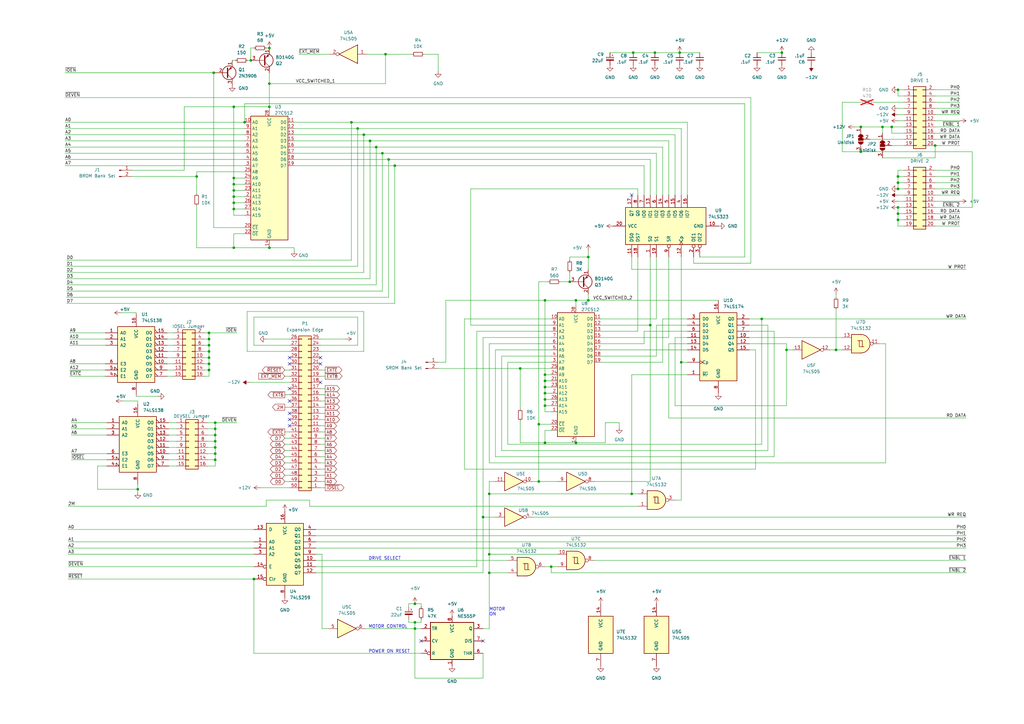
<source format=kicad_sch>
(kicad_sch
	(version 20250114)
	(generator "eeschema")
	(generator_version "9.0")
	(uuid "8d29f76a-632b-4d71-951f-82f85a7a70e9")
	(paper "A3")
	
	(text "DRIVE SELECT"
		(exclude_from_sim no)
		(at 151.13 229.87 0)
		(effects
			(font
				(size 1.27 1.27)
			)
			(justify left bottom)
		)
		(uuid "32096c80-1d98-4ed0-8b17-2c750151b76c")
	)
	(text "MOTOR CONTROL"
		(exclude_from_sim no)
		(at 151.13 257.81 0)
		(effects
			(font
				(size 1.27 1.27)
			)
			(justify left bottom)
		)
		(uuid "b6ef62f4-c465-4c3c-acae-af238f4f26b2")
	)
	(text "POWER ON RESET"
		(exclude_from_sim no)
		(at 151.13 267.97 0)
		(effects
			(font
				(size 1.27 1.27)
			)
			(justify left bottom)
		)
		(uuid "dc85ec82-107c-4516-8ee4-ef92570893f2")
	)
	(text "MOTOR\nON"
		(exclude_from_sim no)
		(at 200.66 252.73 0)
		(effects
			(font
				(size 1.27 1.27)
			)
			(justify left bottom)
		)
		(uuid "f1de4597-caac-4049-8722-f6b4249c5637")
	)
	(junction
		(at 110.49 101.6)
		(diameter 0)
		(color 0 0 0 0)
		(uuid "05c35608-664a-4ca0-a2cf-31b6dd200424")
	)
	(junction
		(at 223.52 156.21)
		(diameter 0)
		(color 0 0 0 0)
		(uuid "0879c555-36d5-4c97-9aed-43411da9ea34")
	)
	(junction
		(at 266.7 133.35)
		(diameter 0)
		(color 0 0 0 0)
		(uuid "0a7b412f-70cb-4bdd-ac90-37c18fe81247")
	)
	(junction
		(at 85.725 149.225)
		(diameter 0)
		(color 0 0 0 0)
		(uuid "15605a0c-cf96-43bb-bf76-4c3d136378e6")
	)
	(junction
		(at 85.725 146.685)
		(diameter 0)
		(color 0 0 0 0)
		(uuid "1d4718a5-778a-4c3f-af8e-520b4e244b5b")
	)
	(junction
		(at 88.265 188.595)
		(diameter 0)
		(color 0 0 0 0)
		(uuid "1e542cfd-ea36-43ee-93f7-7150fc86a6b4")
	)
	(junction
		(at 365.76 52.07)
		(diameter 0)
		(color 0 0 0 0)
		(uuid "1e8fbe2b-8679-4f6a-aaab-41b5049b065b")
	)
	(junction
		(at 383.54 59.69)
		(diameter 0)
		(color 0 0 0 0)
		(uuid "1ea8a149-4aba-4853-bb4c-0394837ed622")
	)
	(junction
		(at 223.52 163.83)
		(diameter 0)
		(color 0 0 0 0)
		(uuid "1f6afc94-5427-44ba-ab5f-f21ca14d71ab")
	)
	(junction
		(at 200.66 227.33)
		(diameter 0)
		(color 0 0 0 0)
		(uuid "21deab9e-fe49-40f1-b271-ad9e3c1158a7")
	)
	(junction
		(at 88.265 173.355)
		(diameter 0)
		(color 0 0 0 0)
		(uuid "24448ccd-4e6b-4297-b1cd-b6b3f34a53d5")
	)
	(junction
		(at 223.52 161.29)
		(diameter 0)
		(color 0 0 0 0)
		(uuid "245bc0dd-2dc9-4f33-9560-45e6c9b400d0")
	)
	(junction
		(at 95.885 78.105)
		(diameter 0)
		(color 0 0 0 0)
		(uuid "25f08a18-5173-49a1-aa77-e63c3fb09d67")
	)
	(junction
		(at 158.115 22.225)
		(diameter 0)
		(color 0 0 0 0)
		(uuid "27b08bf3-8111-4a1b-96e8-87c4fc51cf03")
	)
	(junction
		(at 100.33 50.165)
		(diameter 0)
		(color 0 0 0 0)
		(uuid "28fb8a3f-b729-4ea4-99d2-cd1ac9fbe931")
	)
	(junction
		(at 88.265 183.515)
		(diameter 0)
		(color 0 0 0 0)
		(uuid "2c34ae5a-d1be-4bcf-bebe-ffa670279c84")
	)
	(junction
		(at 241.3 105.41)
		(diameter 0)
		(color 0 0 0 0)
		(uuid "2fbcbfb6-89ff-44c4-b8ab-a14cc42ccb95")
	)
	(junction
		(at 146.685 52.705)
		(diameter 0)
		(color 0 0 0 0)
		(uuid "30f5f225-0a6f-48a9-bb29-175458688e88")
	)
	(junction
		(at 223.52 153.67)
		(diameter 0)
		(color 0 0 0 0)
		(uuid "3b5798c4-1c2c-4a98-b765-79969f2e65cd")
	)
	(junction
		(at 88.265 180.975)
		(diameter 0)
		(color 0 0 0 0)
		(uuid "3cd3a86d-dd12-4db6-88c3-bb7512f569e8")
	)
	(junction
		(at 95.885 85.725)
		(diameter 0)
		(color 0 0 0 0)
		(uuid "3d15289f-6bd0-498d-9a91-a024047ae632")
	)
	(junction
		(at 268.605 21.59)
		(diameter 0)
		(color 0 0 0 0)
		(uuid "3dc49e25-d3e2-497d-bca1-dce6211dd479")
	)
	(junction
		(at 368.3 77.47)
		(diameter 0)
		(color 0 0 0 0)
		(uuid "40c57ef4-872a-4933-bfac-3fad98a7faeb")
	)
	(junction
		(at 95.885 73.025)
		(diameter 0)
		(color 0 0 0 0)
		(uuid "44338e21-f061-4f16-bddc-4b95d1200ff8")
	)
	(junction
		(at 56.515 200.66)
		(diameter 0)
		(color 0 0 0 0)
		(uuid "4474fbc5-95c0-46eb-be76-03f928b7ae21")
	)
	(junction
		(at 320.675 21.59)
		(diameter 0)
		(color 0 0 0 0)
		(uuid "463c12d8-e767-4dd8-97c0-cdb283823d10")
	)
	(junction
		(at 259.08 202.565)
		(diameter 0)
		(color 0 0 0 0)
		(uuid "4d1bf63f-0fa7-41aa-b85c-9f91e7e3a330")
	)
	(junction
		(at 278.765 21.59)
		(diameter 0)
		(color 0 0 0 0)
		(uuid "5050a3d7-cc2e-41dc-a3ff-0ef2e03614ae")
	)
	(junction
		(at 88.265 175.895)
		(diameter 0)
		(color 0 0 0 0)
		(uuid "528db227-f1ec-48a4-84f3-957e6a0e2945")
	)
	(junction
		(at 85.725 141.605)
		(diameter 0)
		(color 0 0 0 0)
		(uuid "567b4917-422e-4da3-896c-e3f1f7b69bc9")
	)
	(junction
		(at 368.3 36.83)
		(diameter 0)
		(color 0 0 0 0)
		(uuid "5d0ce87b-48fa-46aa-8a28-60ec56664695")
	)
	(junction
		(at 88.265 186.055)
		(diameter 0)
		(color 0 0 0 0)
		(uuid "5f72fc10-b556-4014-a2dc-4c1edea61bbb")
	)
	(junction
		(at 220.98 173.99)
		(diameter 0)
		(color 0 0 0 0)
		(uuid "6268f925-3c3e-4c07-8457-e5d0c0f63fae")
	)
	(junction
		(at 154.305 60.325)
		(diameter 0)
		(color 0 0 0 0)
		(uuid "69a5cb29-894a-4088-9123-a45b36745aad")
	)
	(junction
		(at 88.265 178.435)
		(diameter 0)
		(color 0 0 0 0)
		(uuid "6beb30db-72de-42e8-a0d7-1b562182385d")
	)
	(junction
		(at 220.98 197.485)
		(diameter 0)
		(color 0 0 0 0)
		(uuid "6c2f69b3-9b7c-434c-bb20-a6baea35c014")
	)
	(junction
		(at 104.14 237.49)
		(diameter 0)
		(color 0 0 0 0)
		(uuid "73b75c6b-0481-4c40-949d-c5403ad081db")
	)
	(junction
		(at 368.3 74.93)
		(diameter 0)
		(color 0 0 0 0)
		(uuid "786a55f6-f68a-4747-9143-eb9c21ad29f8")
	)
	(junction
		(at 161.925 67.945)
		(diameter 0)
		(color 0 0 0 0)
		(uuid "797db6ae-81a2-4e43-b4a3-1a961e3d2ce2")
	)
	(junction
		(at 151.765 57.785)
		(diameter 0)
		(color 0 0 0 0)
		(uuid "7b51218c-7899-428e-9d5a-d5cbdf48df8f")
	)
	(junction
		(at 159.385 65.405)
		(diameter 0)
		(color 0 0 0 0)
		(uuid "7fbb1f98-7376-4587-9074-f062416820d2")
	)
	(junction
		(at 241.3 123.19)
		(diameter 0)
		(color 0 0 0 0)
		(uuid "813bc9ac-6aff-4f98-8f32-f441000ea493")
	)
	(junction
		(at 233.68 115.57)
		(diameter 0)
		(color 0 0 0 0)
		(uuid "817bd96e-b692-4715-983a-e1dd4ef73bb8")
	)
	(junction
		(at 95.885 83.185)
		(diameter 0)
		(color 0 0 0 0)
		(uuid "82e60a17-5192-47b0-809b-9d2b4e3e2a41")
	)
	(junction
		(at 85.725 136.525)
		(diameter 0)
		(color 0 0 0 0)
		(uuid "83915695-10b4-4375-96ca-404e57c38876")
	)
	(junction
		(at 144.145 50.165)
		(diameter 0)
		(color 0 0 0 0)
		(uuid "84cb6800-fdec-4336-9e0d-692f16a0e20e")
	)
	(junction
		(at 279.4 148.59)
		(diameter 0)
		(color 0 0 0 0)
		(uuid "87a0eb59-2dce-441c-9dd8-c0e92ab69b80")
	)
	(junction
		(at 198.12 212.09)
		(diameter 0)
		(color 0 0 0 0)
		(uuid "8e5d7652-5f57-4b05-a03e-7724a43fa613")
	)
	(junction
		(at 95.885 101.6)
		(diameter 0)
		(color 0 0 0 0)
		(uuid "8f5ebc58-e6f8-4787-8942-a1ec1418d1b7")
	)
	(junction
		(at 322.58 143.51)
		(diameter 0)
		(color 0 0 0 0)
		(uuid "9072744a-3983-4bde-8321-c7b4fbdcaee0")
	)
	(junction
		(at 170.18 257.81)
		(diameter 0)
		(color 0 0 0 0)
		(uuid "94683f4a-bad4-4ca4-aec8-1e76d7911546")
	)
	(junction
		(at 170.18 255.27)
		(diameter 0)
		(color 0 0 0 0)
		(uuid "9689360c-62f4-4ccd-928a-0354a8b12062")
	)
	(junction
		(at 170.18 247.65)
		(diameter 0)
		(color 0 0 0 0)
		(uuid "98f039f2-3a30-409f-8e2f-7f3bd469c43e")
	)
	(junction
		(at 368.3 72.39)
		(diameter 0)
		(color 0 0 0 0)
		(uuid "9a860088-5b1b-4997-b300-ff2cfa89e410")
	)
	(junction
		(at 80.645 72.39)
		(diameter 0)
		(color 0 0 0 0)
		(uuid "9c85b338-410e-4f21-85a1-16cc577a80f6")
	)
	(junction
		(at 223.52 181.61)
		(diameter 0)
		(color 0 0 0 0)
		(uuid "9fe2b187-bc45-4cca-a998-2f56a15f492e")
	)
	(junction
		(at 213.36 151.13)
		(diameter 0)
		(color 0 0 0 0)
		(uuid "a3fd1932-06aa-4647-b2d8-ad94fa969d00")
	)
	(junction
		(at 156.845 62.865)
		(diameter 0)
		(color 0 0 0 0)
		(uuid "a40c354b-9e3f-4183-952c-982ff222b866")
	)
	(junction
		(at 223.52 158.75)
		(diameter 0)
		(color 0 0 0 0)
		(uuid "a55a0779-c230-4e34-bb7b-f0f7788b5802")
	)
	(junction
		(at 110.49 19.685)
		(diameter 0)
		(color 0 0 0 0)
		(uuid "a6ba40bd-718f-4798-b37b-734100ad6413")
	)
	(junction
		(at 85.725 139.065)
		(diameter 0)
		(color 0 0 0 0)
		(uuid "a83d4110-ac2d-4f84-be37-09b66f571eb9")
	)
	(junction
		(at 368.3 87.63)
		(diameter 0)
		(color 0 0 0 0)
		(uuid "a8b53387-bb5e-4160-878a-021b66310ef4")
	)
	(junction
		(at 95.885 80.645)
		(diameter 0)
		(color 0 0 0 0)
		(uuid "a8beffd9-87f8-453c-afce-3b5f62487bd7")
	)
	(junction
		(at 110.49 34.29)
		(diameter 0)
		(color 0 0 0 0)
		(uuid "aa1ed054-f711-417c-8905-992984459449")
	)
	(junction
		(at 87.63 29.845)
		(diameter 0)
		(color 0 0 0 0)
		(uuid "aa8fb7e6-99cf-47d0-8987-dd0143778620")
	)
	(junction
		(at 85.725 151.765)
		(diameter 0)
		(color 0 0 0 0)
		(uuid "b1fa9f39-1a4a-4822-9751-a1f130395fdb")
	)
	(junction
		(at 85.725 144.145)
		(diameter 0)
		(color 0 0 0 0)
		(uuid "b39130d2-2e46-4427-8a0f-d53c56f819d3")
	)
	(junction
		(at 200.66 202.565)
		(diameter 0)
		(color 0 0 0 0)
		(uuid "b3d6d337-68bb-4836-b7fe-89e885bcad7c")
	)
	(junction
		(at 368.3 85.09)
		(diameter 0)
		(color 0 0 0 0)
		(uuid "b6c465a5-bb87-454a-97c7-05467e0dccf6")
	)
	(junction
		(at 102.87 24.765)
		(diameter 0)
		(color 0 0 0 0)
		(uuid "bda0ddc4-ff04-4a03-bd76-4bb2033488ce")
	)
	(junction
		(at 200.66 234.95)
		(diameter 0)
		(color 0 0 0 0)
		(uuid "bf10109e-476a-4edb-af39-68c09c46d515")
	)
	(junction
		(at 149.225 55.245)
		(diameter 0)
		(color 0 0 0 0)
		(uuid "bf139f30-b47c-44ad-b650-ef3c6c14a974")
	)
	(junction
		(at 223.52 166.37)
		(diameter 0)
		(color 0 0 0 0)
		(uuid "cf82bfd1-c322-4834-8111-b1cc12dbb0c1")
	)
	(junction
		(at 353.06 52.07)
		(diameter 0)
		(color 0 0 0 0)
		(uuid "e148e5c5-24ad-4f9f-95ae-ac7f40a64813")
	)
	(junction
		(at 236.22 181.61)
		(diameter 0)
		(color 0 0 0 0)
		(uuid "e1ed6a2a-b089-4042-ae3a-4aafc9c776cd")
	)
	(junction
		(at 342.9 143.51)
		(diameter 0)
		(color 0 0 0 0)
		(uuid "e2416487-9682-4e25-b69e-39b86bcb6212")
	)
	(junction
		(at 223.52 123.19)
		(diameter 0)
		(color 0 0 0 0)
		(uuid "e44c4ffb-887d-4faa-822f-fe542d4a4c90")
	)
	(junction
		(at 236.22 123.19)
		(diameter 0)
		(color 0 0 0 0)
		(uuid "e7b57ddc-28e9-4fe3-beee-f7ac91049199")
	)
	(junction
		(at 368.3 90.17)
		(diameter 0)
		(color 0 0 0 0)
		(uuid "e842378a-2f4b-489f-9cb1-df531ab6638b")
	)
	(junction
		(at 312.42 130.81)
		(diameter 0)
		(color 0 0 0 0)
		(uuid "ec467555-1589-4c66-b85c-290dc8c684e7")
	)
	(junction
		(at 95.885 43.815)
		(diameter 0)
		(color 0 0 0 0)
		(uuid "ec4ee92f-b995-4c82-a511-8424fb0c79b2")
	)
	(junction
		(at 226.06 232.41)
		(diameter 0)
		(color 0 0 0 0)
		(uuid "f7d6edbc-0cf0-400c-bdd8-390463e62a6f")
	)
	(junction
		(at 361.95 52.07)
		(diameter 0)
		(color 0 0 0 0)
		(uuid "f866dbb5-de03-4d6d-a840-f4944249ed73")
	)
	(junction
		(at 95.885 75.565)
		(diameter 0)
		(color 0 0 0 0)
		(uuid "fc92d096-10d0-42f8-9ddf-df80125b38cd")
	)
	(junction
		(at 259.715 21.59)
		(diameter 0)
		(color 0 0 0 0)
		(uuid "fe287263-7782-408f-9055-5294e8efa29c")
	)
	(junction
		(at 353.06 62.23)
		(diameter 0)
		(color 0 0 0 0)
		(uuid "fe2cb73c-c9d3-40ab-a3af-645fc2e660d9")
	)
	(junction
		(at 110.49 43.815)
		(diameter 0)
		(color 0 0 0 0)
		(uuid "fe4b238e-e2ac-4962-9665-41ac3473b4bd")
	)
	(no_connect
		(at 131.445 146.685)
		(uuid "09cb5ca2-f037-4767-bd4d-094c054413ca")
	)
	(no_connect
		(at 118.745 149.225)
		(uuid "0c808b20-1ba0-487f-bde6-631fcdf86992")
	)
	(no_connect
		(at 172.72 262.89)
		(uuid "24ce83df-adc7-49b1-8de5-59140a6a241c")
	)
	(no_connect
		(at 259.08 80.01)
		(uuid "3801ac87-4c62-4d90-bb89-bd02a827a7a2")
	)
	(no_connect
		(at 118.745 172.085)
		(uuid "3df9b39c-f7bd-4e28-98f6-f2a8b555dccf")
	)
	(no_connect
		(at 118.745 169.545)
		(uuid "5ea4b0f4-536a-4279-ac4c-04203f194641")
	)
	(no_connect
		(at 131.445 149.225)
		(uuid "74c89753-aa43-46ac-82d6-f1c8035f7dc9")
	)
	(no_connect
		(at 198.12 262.89)
		(uuid "76bde493-9706-455b-a7ea-a279cace855f")
	)
	(no_connect
		(at 118.745 164.465)
		(uuid "7f40a9b2-6015-430a-bf2e-e9397fb5675f")
	)
	(no_connect
		(at 118.745 146.685)
		(uuid "845f3c28-3ea3-4169-9f2b-9dd6d4e7a7f3")
	)
	(no_connect
		(at 131.445 156.845)
		(uuid "a65c5215-f32e-4281-a70d-d2e04994f325")
	)
	(no_connect
		(at 118.745 174.625)
		(uuid "cc97dbf1-a437-4548-ac8f-50dfd2b59e4a")
	)
	(no_connect
		(at 118.745 159.385)
		(uuid "dfa21c67-ce2b-471f-aa3e-6773bee1e862")
	)
	(wire
		(pts
			(xy 322.58 140.97) (xy 322.58 143.51)
		)
		(stroke
			(width 0)
			(type default)
		)
		(uuid "002fd2d7-be66-4a87-8e49-65dcdd3be486")
	)
	(wire
		(pts
			(xy 248.285 181.61) (xy 248.285 173.355)
		)
		(stroke
			(width 0)
			(type default)
		)
		(uuid "003a73d5-bba8-4f69-b405-e7bae5f6934b")
	)
	(wire
		(pts
			(xy 383.54 64.77) (xy 383.54 59.69)
		)
		(stroke
			(width 0)
			(type default)
		)
		(uuid "005520ab-aa54-434d-95d0-10b1cd21ee1c")
	)
	(wire
		(pts
			(xy 85.725 136.525) (xy 85.725 139.065)
		)
		(stroke
			(width 0)
			(type default)
		)
		(uuid "00a94d22-003f-40ec-845f-c4453633bc53")
	)
	(wire
		(pts
			(xy 56.515 198.755) (xy 56.515 200.66)
		)
		(stroke
			(width 0)
			(type default)
		)
		(uuid "010d2632-ed4a-42a1-88c1-728d0e602dd6")
	)
	(wire
		(pts
			(xy 120.65 102.87) (xy 120.65 101.6)
		)
		(stroke
			(width 0)
			(type default)
		)
		(uuid "0185753a-a588-46cb-9bd2-7d92b7488512")
	)
	(wire
		(pts
			(xy 223.52 161.29) (xy 223.52 163.83)
		)
		(stroke
			(width 0)
			(type default)
		)
		(uuid "01ba4be6-9e75-4304-ab82-859249ee68f2")
	)
	(wire
		(pts
			(xy 193.04 77.47) (xy 193.04 133.35)
		)
		(stroke
			(width 0)
			(type default)
		)
		(uuid "01cfb3cc-45cf-4443-824a-1ca7d2dfc72d")
	)
	(wire
		(pts
			(xy 179.705 151.13) (xy 213.36 151.13)
		)
		(stroke
			(width 0)
			(type default)
		)
		(uuid "01d83745-668f-4543-9cc1-4a77d118a2b3")
	)
	(wire
		(pts
			(xy 170.18 257.81) (xy 172.72 257.81)
		)
		(stroke
			(width 0)
			(type default)
		)
		(uuid "02da0d16-3d12-46a4-9bc8-dac4689f99fc")
	)
	(wire
		(pts
			(xy 28.575 139.065) (xy 43.18 139.065)
		)
		(stroke
			(width 0)
			(type default)
		)
		(uuid "0372d352-2b15-4522-a99d-9b308d4b21f3")
	)
	(wire
		(pts
			(xy 236.22 123.19) (xy 236.22 125.73)
		)
		(stroke
			(width 0)
			(type default)
		)
		(uuid "03d3d3d3-e776-4c5d-a5f8-483f41545fa0")
	)
	(wire
		(pts
			(xy 276.86 55.245) (xy 276.86 80.01)
		)
		(stroke
			(width 0)
			(type default)
		)
		(uuid "040f556c-b731-474e-ba57-fe04d7580ff1")
	)
	(wire
		(pts
			(xy 203.2 187.325) (xy 317.5 187.325)
		)
		(stroke
			(width 0)
			(type default)
		)
		(uuid "0553e7ea-1d50-48ac-ac36-3cd63cd9aeea")
	)
	(wire
		(pts
			(xy 368.3 74.93) (xy 368.3 77.47)
		)
		(stroke
			(width 0)
			(type default)
		)
		(uuid "05fc52a7-2bcc-4649-8376-4c214b84bb97")
	)
	(wire
		(pts
			(xy 83.82 141.605) (xy 85.725 141.605)
		)
		(stroke
			(width 0)
			(type default)
		)
		(uuid "069b6b70-2781-406e-a655-e9752625b982")
	)
	(wire
		(pts
			(xy 104.14 130.048) (xy 104.14 141.605)
		)
		(stroke
			(width 0)
			(type default)
		)
		(uuid "07f2b615-5605-464c-80d8-11014832cdd0")
	)
	(wire
		(pts
			(xy 158.115 34.29) (xy 158.115 22.225)
		)
		(stroke
			(width 0)
			(type default)
		)
		(uuid "07f86f79-4086-4875-8ceb-b9ee61abd8d7")
	)
	(wire
		(pts
			(xy 129.54 229.87) (xy 208.28 229.87)
		)
		(stroke
			(width 0)
			(type default)
		)
		(uuid "07f89384-a348-4bbf-a28a-b33c80b0b3ed")
	)
	(wire
		(pts
			(xy 236.22 181.61) (xy 223.52 181.61)
		)
		(stroke
			(width 0)
			(type default)
		)
		(uuid "0823ec80-9f4f-4636-8f6b-e201415c7393")
	)
	(wire
		(pts
			(xy 383.54 90.17) (xy 393.7 90.17)
		)
		(stroke
			(width 0)
			(type default)
		)
		(uuid "08362519-b1e4-4590-b4b6-c24b3a2cf7bb")
	)
	(wire
		(pts
			(xy 229.87 115.57) (xy 233.68 115.57)
		)
		(stroke
			(width 0)
			(type default)
		)
		(uuid "087f17fb-ff18-4761-b50b-f3e75102182a")
	)
	(wire
		(pts
			(xy 190.5 192.405) (xy 309.88 192.405)
		)
		(stroke
			(width 0)
			(type default)
		)
		(uuid "0a546a50-d10e-4e34-9f3b-20da1ac81caa")
	)
	(wire
		(pts
			(xy 226.06 234.95) (xy 396.24 234.95)
		)
		(stroke
			(width 0)
			(type default)
		)
		(uuid "0ae6ec9f-c2d0-41a1-90f4-0b58ed9f7c02")
	)
	(wire
		(pts
			(xy 120.65 60.325) (xy 154.305 60.325)
		)
		(stroke
			(width 0)
			(type default)
		)
		(uuid "0b9926af-65cd-4ea2-9312-fe7c9913ce8e")
	)
	(wire
		(pts
			(xy 83.82 144.145) (xy 85.725 144.145)
		)
		(stroke
			(width 0)
			(type default)
		)
		(uuid "0be18984-773f-49ef-a1ef-0ae3e40ae114")
	)
	(wire
		(pts
			(xy 172.72 247.65) (xy 172.72 248.92)
		)
		(stroke
			(width 0)
			(type default)
		)
		(uuid "0c5d24ae-baf9-4661-9db5-5926b2ac1d6b")
	)
	(wire
		(pts
			(xy 246.38 133.35) (xy 266.7 133.35)
		)
		(stroke
			(width 0)
			(type default)
		)
		(uuid "0c7cadb5-6da1-4221-83d0-f0170aff118f")
	)
	(wire
		(pts
			(xy 131.445 189.865) (xy 133.35 189.865)
		)
		(stroke
			(width 0)
			(type default)
		)
		(uuid "0cd9d382-dd16-4687-ae20-27db55c4969f")
	)
	(wire
		(pts
			(xy 278.765 21.59) (xy 268.605 21.59)
		)
		(stroke
			(width 0)
			(type default)
		)
		(uuid "0eb99482-694f-4ff1-89fa-58ae1322d661")
	)
	(wire
		(pts
			(xy 95.885 83.185) (xy 95.885 85.725)
		)
		(stroke
			(width 0)
			(type default)
		)
		(uuid "0ee42175-0922-4fb8-8624-c0ef2f28e750")
	)
	(wire
		(pts
			(xy 29.21 178.435) (xy 43.815 178.435)
		)
		(stroke
			(width 0)
			(type default)
		)
		(uuid "0eeabcd7-348c-496c-bf89-9efee8011e76")
	)
	(wire
		(pts
			(xy 75.565 43.815) (xy 75.565 69.85)
		)
		(stroke
			(width 0)
			(type default)
		)
		(uuid "0f6a6bb9-658a-4cc8-aaab-2f8456bff783")
	)
	(wire
		(pts
			(xy 220.98 115.57) (xy 220.98 173.99)
		)
		(stroke
			(width 0)
			(type default)
		)
		(uuid "0fe8bb65-946b-4e9d-a4b7-45277f4d9e4f")
	)
	(wire
		(pts
			(xy 131.445 161.925) (xy 133.35 161.925)
		)
		(stroke
			(width 0)
			(type default)
		)
		(uuid "11530c3b-e92a-4222-8587-26beff227523")
	)
	(wire
		(pts
			(xy 223.52 156.21) (xy 226.06 156.21)
		)
		(stroke
			(width 0)
			(type default)
		)
		(uuid "11aec3cf-6786-4b61-9abd-5102df521d8b")
	)
	(wire
		(pts
			(xy 85.725 149.225) (xy 85.725 151.765)
		)
		(stroke
			(width 0)
			(type default)
		)
		(uuid "11dd4137-c665-4866-85ed-f9fe8e15cd9c")
	)
	(wire
		(pts
			(xy 146.685 130.048) (xy 104.14 130.048)
		)
		(stroke
			(width 0)
			(type default)
		)
		(uuid "12ae0546-56ce-4946-ae78-a3f728f0fec8")
	)
	(wire
		(pts
			(xy 223.52 166.37) (xy 226.06 166.37)
		)
		(stroke
			(width 0)
			(type default)
		)
		(uuid "146549e8-1fcd-4d37-bd27-c60fa48989bf")
	)
	(wire
		(pts
			(xy 129.54 219.71) (xy 396.24 219.71)
		)
		(stroke
			(width 0)
			(type default)
		)
		(uuid "1509c567-c73b-47f2-8d0f-5f03d2c921cd")
	)
	(wire
		(pts
			(xy 101.346 144.145) (xy 118.745 144.145)
		)
		(stroke
			(width 0)
			(type default)
		)
		(uuid "151c7a5c-1632-4466-9a42-660310eb7d64")
	)
	(wire
		(pts
			(xy 116.84 167.005) (xy 118.745 167.005)
		)
		(stroke
			(width 0)
			(type default)
		)
		(uuid "15b9b2c6-c334-4e36-8e4f-94f73fcd7630")
	)
	(wire
		(pts
			(xy 131.445 154.305) (xy 133.35 154.305)
		)
		(stroke
			(width 0)
			(type default)
		)
		(uuid "16401bde-830b-4199-83e6-9779a594a4d2")
	)
	(wire
		(pts
			(xy 116.84 192.405) (xy 118.745 192.405)
		)
		(stroke
			(width 0)
			(type default)
		)
		(uuid "17982d4b-6e11-43bc-b285-ce88a4c766c4")
	)
	(wire
		(pts
			(xy 149.225 55.245) (xy 149.225 111.76)
		)
		(stroke
			(width 0)
			(type default)
		)
		(uuid "188d085c-7dae-4530-bce0-1bd1ae787617")
	)
	(wire
		(pts
			(xy 27.305 109.22) (xy 146.685 109.22)
		)
		(stroke
			(width 0)
			(type default)
		)
		(uuid "18bb29e6-bd56-4695-9c90-9d4b55326793")
	)
	(wire
		(pts
			(xy 95.885 80.645) (xy 100.33 80.645)
		)
		(stroke
			(width 0)
			(type default)
		)
		(uuid "18cd97b8-567e-461a-a569-6d9b12001701")
	)
	(wire
		(pts
			(xy 161.925 67.945) (xy 161.925 124.46)
		)
		(stroke
			(width 0)
			(type default)
		)
		(uuid "19500551-9ab5-4760-9805-a118fda9c985")
	)
	(wire
		(pts
			(xy 305.435 105.41) (xy 287.02 105.41)
		)
		(stroke
			(width 0)
			(type default)
		)
		(uuid "1b90a748-4469-4403-b368-76126115304b")
	)
	(wire
		(pts
			(xy 131.445 187.325) (xy 133.35 187.325)
		)
		(stroke
			(width 0)
			(type default)
		)
		(uuid "1bdb2ec4-0b54-486d-ab8a-3a3cf73fc46f")
	)
	(wire
		(pts
			(xy 383.54 87.63) (xy 393.7 87.63)
		)
		(stroke
			(width 0)
			(type default)
		)
		(uuid "1be80b5c-5e71-4a4a-961c-b34579570a79")
	)
	(wire
		(pts
			(xy 144.145 50.165) (xy 281.94 50.165)
		)
		(stroke
			(width 0)
			(type default)
		)
		(uuid "1c9db634-753f-4221-a5bc-7ad4208eb554")
	)
	(wire
		(pts
			(xy 129.54 224.79) (xy 396.24 224.79)
		)
		(stroke
			(width 0)
			(type default)
		)
		(uuid "1cab1c13-e5e2-44d6-8611-199df41cc51a")
	)
	(wire
		(pts
			(xy 223.52 161.29) (xy 226.06 161.29)
		)
		(stroke
			(width 0)
			(type default)
		)
		(uuid "1cb61f41-3d1c-4dff-9479-62fab2287e26")
	)
	(wire
		(pts
			(xy 383.54 77.47) (xy 393.7 77.47)
		)
		(stroke
			(width 0)
			(type default)
		)
		(uuid "1d496e3c-d9a8-486f-a410-c99bf08bd807")
	)
	(wire
		(pts
			(xy 361.95 52.07) (xy 365.76 52.07)
		)
		(stroke
			(width 0)
			(type default)
		)
		(uuid "1dda161e-260d-4726-85f3-e91e571d654a")
	)
	(wire
		(pts
			(xy 198.12 138.43) (xy 198.12 212.09)
		)
		(stroke
			(width 0)
			(type default)
		)
		(uuid "1e9b3331-6e4c-425f-bd5b-40abfe37006d")
	)
	(wire
		(pts
			(xy 159.385 65.405) (xy 159.385 121.92)
		)
		(stroke
			(width 0)
			(type default)
		)
		(uuid "1eb92119-727b-45ae-afe1-c32360d66c60")
	)
	(wire
		(pts
			(xy 213.36 172.72) (xy 213.36 181.61)
		)
		(stroke
			(width 0)
			(type default)
		)
		(uuid "1f047f7a-4f58-483c-a838-16e33a170444")
	)
	(wire
		(pts
			(xy 236.22 123.19) (xy 241.3 123.19)
		)
		(stroke
			(width 0)
			(type default)
		)
		(uuid "1f822886-b150-4786-b463-4be39e03903a")
	)
	(wire
		(pts
			(xy 383.54 85.09) (xy 398.78 85.09)
		)
		(stroke
			(width 0)
			(type default)
		)
		(uuid "1fe2f8af-ca13-49d2-b540-1d676020e7bd")
	)
	(wire
		(pts
			(xy 149.225 144.145) (xy 149.225 127.762)
		)
		(stroke
			(width 0)
			(type default)
		)
		(uuid "203d27a7-ebba-4d12-badd-bc5fc73a868a")
	)
	(wire
		(pts
			(xy 95.885 101.6) (xy 80.645 101.6)
		)
		(stroke
			(width 0)
			(type default)
		)
		(uuid "204e05df-26b4-4276-bf7a-8eea107c2c98")
	)
	(wire
		(pts
			(xy 146.685 52.705) (xy 279.4 52.705)
		)
		(stroke
			(width 0)
			(type default)
		)
		(uuid "206dcf71-bf16-4891-9f5e-88ec4e245610")
	)
	(wire
		(pts
			(xy 320.675 21.59) (xy 310.515 21.59)
		)
		(stroke
			(width 0)
			(type default)
		)
		(uuid "20b6a1e8-b9fb-42eb-aebb-c1936f2291ce")
	)
	(wire
		(pts
			(xy 68.58 146.685) (xy 71.12 146.685)
		)
		(stroke
			(width 0)
			(type default)
		)
		(uuid "226991fb-ca2b-48ff-8520-0a29fe7d9306")
	)
	(wire
		(pts
			(xy 350.52 52.07) (xy 353.06 52.07)
		)
		(stroke
			(width 0)
			(type default)
		)
		(uuid "22875feb-91b0-472b-8b00-e74ac9893d1e")
	)
	(wire
		(pts
			(xy 269.24 62.865) (xy 269.24 80.01)
		)
		(stroke
			(width 0)
			(type default)
		)
		(uuid "2375a23b-508c-4bd3-8e4f-5aebe6b07800")
	)
	(wire
		(pts
			(xy 80.645 72.39) (xy 80.645 70.485)
		)
		(stroke
			(width 0)
			(type default)
		)
		(uuid "23955a25-f4da-497a-b473-c0e5f5f270aa")
	)
	(wire
		(pts
			(xy 182.88 123.19) (xy 182.88 148.59)
		)
		(stroke
			(width 0)
			(type default)
		)
		(uuid "2398833d-04b7-452d-ba6b-d7e4fe02f403")
	)
	(wire
		(pts
			(xy 274.32 105.41) (xy 274.32 138.43)
		)
		(stroke
			(width 0)
			(type default)
		)
		(uuid "23cc4ae3-9b03-40bb-82e0-23fc4d40ea5f")
	)
	(wire
		(pts
			(xy 29.21 173.355) (xy 43.815 173.355)
		)
		(stroke
			(width 0)
			(type default)
		)
		(uuid "23d03d7f-3fa3-4262-94ef-c7d67723f473")
	)
	(wire
		(pts
			(xy 363.22 189.865) (xy 363.22 140.97)
		)
		(stroke
			(width 0)
			(type default)
		)
		(uuid "24bfe3c6-60e2-4a78-bb62-924392218143")
	)
	(wire
		(pts
			(xy 131.445 179.705) (xy 133.35 179.705)
		)
		(stroke
			(width 0)
			(type default)
		)
		(uuid "25d35aca-2b44-482d-a9c6-cd18913cbaf2")
	)
	(wire
		(pts
			(xy 317.5 187.325) (xy 317.5 135.89)
		)
		(stroke
			(width 0)
			(type default)
		)
		(uuid "26bfe3d7-2568-4e2f-8999-9e95f79e347d")
	)
	(wire
		(pts
			(xy 85.09 173.355) (xy 88.265 173.355)
		)
		(stroke
			(width 0)
			(type default)
		)
		(uuid "27b53377-6b90-493b-b895-b0fcefdc409c")
	)
	(wire
		(pts
			(xy 55.88 162.56) (xy 55.88 161.925)
		)
		(stroke
			(width 0)
			(type default)
		)
		(uuid "285627d0-acc1-4cd2-89a3-1af34c724ae4")
	)
	(wire
		(pts
			(xy 259.715 21.59) (xy 268.605 21.59)
		)
		(stroke
			(width 0)
			(type default)
		)
		(uuid "28ee4499-e07b-43fb-bdd3-59c6b0292bd3")
	)
	(wire
		(pts
			(xy 27.94 207.645) (xy 109.22 207.645)
		)
		(stroke
			(width 0)
			(type default)
		)
		(uuid "29c06ac6-9c42-4ff5-bb25-48d0c8388580")
	)
	(wire
		(pts
			(xy 170.18 278.13) (xy 170.18 257.81)
		)
		(stroke
			(width 0)
			(type default)
		)
		(uuid "2a298268-8c25-4a45-ac9c-e4dea7c4f57f")
	)
	(wire
		(pts
			(xy 100.33 42.545) (xy 100.33 50.165)
		)
		(stroke
			(width 0)
			(type default)
		)
		(uuid "2a2a7cf9-e7e9-47ed-92d0-ed0421f9cb4d")
	)
	(wire
		(pts
			(xy 131.445 174.625) (xy 133.35 174.625)
		)
		(stroke
			(width 0)
			(type default)
		)
		(uuid "2ab04268-d2c1-443d-9da8-f95d2b922db2")
	)
	(wire
		(pts
			(xy 53.975 72.39) (xy 80.645 72.39)
		)
		(stroke
			(width 0)
			(type default)
		)
		(uuid "2b5a2f12-d2ee-4114-84b5-06e37c3a525f")
	)
	(wire
		(pts
			(xy 342.9 127) (xy 342.9 143.51)
		)
		(stroke
			(width 0)
			(type default)
		)
		(uuid "2ba5ec4f-a8db-4682-b3f7-54096fceba9a")
	)
	(wire
		(pts
			(xy 243.84 197.485) (xy 266.7 197.485)
		)
		(stroke
			(width 0)
			(type default)
		)
		(uuid "2c16da2e-69d4-4190-802f-fbd3cd59c96a")
	)
	(wire
		(pts
			(xy 129.54 234.95) (xy 198.12 234.95)
		)
		(stroke
			(width 0)
			(type default)
		)
		(uuid "2c8f55da-067b-4d3b-820e-5c0a11e5c7ab")
	)
	(wire
		(pts
			(xy 266.7 65.405) (xy 266.7 80.01)
		)
		(stroke
			(width 0)
			(type default)
		)
		(uuid "2c9b0c63-46b3-42f9-8c9e-6a34c099e00c")
	)
	(wire
		(pts
			(xy 190.5 130.81) (xy 226.06 130.81)
		)
		(stroke
			(width 0)
			(type default)
		)
		(uuid "2c9b1e05-123b-4754-adb2-bc98e3bb0e97")
	)
	(wire
		(pts
			(xy 27.305 106.68) (xy 144.145 106.68)
		)
		(stroke
			(width 0)
			(type default)
		)
		(uuid "2cbe804e-fa9f-40b7-8273-4e50a6d4c6f4")
	)
	(wire
		(pts
			(xy 27.305 111.76) (xy 149.225 111.76)
		)
		(stroke
			(width 0)
			(type default)
		)
		(uuid "2cc0634a-2688-4834-ae28-e2595dafd825")
	)
	(wire
		(pts
			(xy 200.66 227.33) (xy 200.66 234.95)
		)
		(stroke
			(width 0)
			(type default)
		)
		(uuid "2cc630b5-2500-4fa2-886f-ccf6a7ba2fa0")
	)
	(wire
		(pts
			(xy 102.87 19.685) (xy 104.14 19.685)
		)
		(stroke
			(width 0)
			(type default)
		)
		(uuid "2d232f74-4aba-4ea5-94ec-b0a706ad1466")
	)
	(wire
		(pts
			(xy 95.885 83.185) (xy 100.33 83.185)
		)
		(stroke
			(width 0)
			(type default)
		)
		(uuid "2d35af53-f4dc-4d5f-894d-cb4d07b6d7c6")
	)
	(wire
		(pts
			(xy 83.82 154.305) (xy 85.725 154.305)
		)
		(stroke
			(width 0)
			(type default)
		)
		(uuid "2e1afdfd-04a4-4a81-86fa-5d91ad3a5d78")
	)
	(wire
		(pts
			(xy 116.84 182.245) (xy 118.745 182.245)
		)
		(stroke
			(width 0)
			(type default)
		)
		(uuid "2f250031-cd09-4dcd-a85f-5ef9ad5a6c05")
	)
	(wire
		(pts
			(xy 383.54 41.91) (xy 393.7 41.91)
		)
		(stroke
			(width 0)
			(type default)
		)
		(uuid "2f6019e0-a517-4718-a181-073367eb84ab")
	)
	(wire
		(pts
			(xy 200.66 140.97) (xy 200.66 189.865)
		)
		(stroke
			(width 0)
			(type default)
		)
		(uuid "2fb296b0-6096-4c7a-85c9-e6a15a41ef1a")
	)
	(wire
		(pts
			(xy 95.885 75.565) (xy 95.885 78.105)
		)
		(stroke
			(width 0)
			(type default)
		)
		(uuid "30403b14-9def-435c-bd6f-a85844ce71df")
	)
	(wire
		(pts
			(xy 27.305 124.46) (xy 161.925 124.46)
		)
		(stroke
			(width 0)
			(type default)
		)
		(uuid "30d6aadb-d508-4cae-a200-774e606bbfa1")
	)
	(wire
		(pts
			(xy 261.62 105.41) (xy 261.62 135.89)
		)
		(stroke
			(width 0)
			(type default)
		)
		(uuid "31d27f1b-b8bd-4e3f-b671-71b0b22ff6ff")
	)
	(wire
		(pts
			(xy 28.575 136.525) (xy 43.18 136.525)
		)
		(stroke
			(width 0)
			(type default)
		)
		(uuid "32ebe881-783b-4267-a979-85a0df767077")
	)
	(wire
		(pts
			(xy 200.66 189.865) (xy 363.22 189.865)
		)
		(stroke
			(width 0)
			(type default)
		)
		(uuid "34df1aa3-641f-4d1c-aae0-195b7c53ff43")
	)
	(wire
		(pts
			(xy 307.34 135.89) (xy 317.5 135.89)
		)
		(stroke
			(width 0)
			(type default)
		)
		(uuid "353ea4d8-3abc-48c0-990c-e9d2b9121467")
	)
	(wire
		(pts
			(xy 281.94 50.165) (xy 281.94 80.01)
		)
		(stroke
			(width 0)
			(type default)
		)
		(uuid "355d96a7-b863-431a-a668-481b97175e85")
	)
	(wire
		(pts
			(xy 131.445 192.405) (xy 133.35 192.405)
		)
		(stroke
			(width 0)
			(type default)
		)
		(uuid "35ee101e-87d7-4b57-ab93-1eb6551f657b")
	)
	(wire
		(pts
			(xy 80.645 84.455) (xy 80.645 101.6)
		)
		(stroke
			(width 0)
			(type default)
		)
		(uuid "3602f1c3-a297-477e-8d41-723debe510c7")
	)
	(wire
		(pts
			(xy 131.445 200.025) (xy 133.35 200.025)
		)
		(stroke
			(width 0)
			(type default)
		)
		(uuid "36320a72-48da-4e36-8f3e-297e7299917f")
	)
	(wire
		(pts
			(xy 27.94 217.17) (xy 104.14 217.17)
		)
		(stroke
			(width 0)
			(type default)
		)
		(uuid "369901b2-1923-434e-a616-68211a0c0ce3")
	)
	(wire
		(pts
			(xy 342.9 120.65) (xy 342.9 121.92)
		)
		(stroke
			(width 0)
			(type default)
		)
		(uuid "39504826-2165-4a11-aa9c-8dbb2537af7f")
	)
	(wire
		(pts
			(xy 49.53 128.27) (xy 55.88 128.27)
		)
		(stroke
			(width 0)
			(type default)
		)
		(uuid "3ab9f7fa-bb85-4bd9-a0b9-1a628caa4860")
	)
	(wire
		(pts
			(xy 167.64 247.65) (xy 170.18 247.65)
		)
		(stroke
			(width 0)
			(type default)
		)
		(uuid "3d57f0a0-b1c2-4787-ae65-480f4bd3f77f")
	)
	(wire
		(pts
			(xy 368.3 69.85) (xy 368.3 72.39)
		)
		(stroke
			(width 0)
			(type default)
		)
		(uuid "3d95c92d-78c7-41b6-8e43-8b3d8ab38152")
	)
	(wire
		(pts
			(xy 233.68 105.41) (xy 233.68 106.68)
		)
		(stroke
			(width 0)
			(type default)
		)
		(uuid "3e58532a-5de3-4226-849a-886c6d81e971")
	)
	(wire
		(pts
			(xy 383.54 52.07) (xy 393.7 52.07)
		)
		(stroke
			(width 0)
			(type default)
		)
		(uuid "3ec79136-0629-45f8-b356-c72f40a2e69d")
	)
	(wire
		(pts
			(xy 218.44 197.485) (xy 220.98 197.485)
		)
		(stroke
			(width 0)
			(type default)
		)
		(uuid "3ef97970-f9aa-4dc6-890a-33e0c998d573")
	)
	(wire
		(pts
			(xy 243.84 229.87) (xy 396.24 229.87)
		)
		(stroke
			(width 0)
			(type default)
		)
		(uuid "3f141edf-b1b7-4c25-823b-bfa03f422569")
	)
	(wire
		(pts
			(xy 259.08 202.565) (xy 261.62 202.565)
		)
		(stroke
			(width 0)
			(type default)
		)
		(uuid "3fa16c28-6be2-4e36-9bc7-2cd17d08b4ad")
	)
	(wire
		(pts
			(xy 95.885 85.725) (xy 95.885 88.265)
		)
		(stroke
			(width 0)
			(type default)
		)
		(uuid "3facc87a-ce1e-47ac-b4be-1cdec47aa07f")
	)
	(wire
		(pts
			(xy 383.54 44.45) (xy 393.7 44.45)
		)
		(stroke
			(width 0)
			(type default)
		)
		(uuid "3feed079-8bc6-4d67-ab7d-8e4a65739e53")
	)
	(wire
		(pts
			(xy 43.815 191.135) (xy 40.005 191.135)
		)
		(stroke
			(width 0)
			(type default)
		)
		(uuid "3fff86d1-0215-40f2-b4f5-1d9d13e46f2d")
	)
	(wire
		(pts
			(xy 26.67 62.865) (xy 100.33 62.865)
		)
		(stroke
			(width 0)
			(type default)
		)
		(uuid "4019359a-3bb6-4c73-be9d-69368d44296d")
	)
	(wire
		(pts
			(xy 363.22 140.97) (xy 360.68 140.97)
		)
		(stroke
			(width 0)
			(type default)
		)
		(uuid "4073090a-4063-48ca-bfd0-7b0959a55051")
	)
	(wire
		(pts
			(xy 261.62 77.47) (xy 261.62 80.01)
		)
		(stroke
			(width 0)
			(type default)
		)
		(uuid "40a91ace-baf0-4028-b422-59ec3ca66b70")
	)
	(wire
		(pts
			(xy 223.52 123.19) (xy 236.22 123.19)
		)
		(stroke
			(width 0)
			(type default)
		)
		(uuid "40b37fdc-49cf-470d-801c-1a777e9b0e0e")
	)
	(wire
		(pts
			(xy 368.3 49.53) (xy 370.84 49.53)
		)
		(stroke
			(width 0)
			(type default)
		)
		(uuid "41060587-c2d8-4e8f-a01c-928ff4b0ca66")
	)
	(wire
		(pts
			(xy 208.28 148.59) (xy 226.06 148.59)
		)
		(stroke
			(width 0)
			(type default)
		)
		(uuid "413955d3-54ef-4cef-a747-15446cda4e53")
	)
	(wire
		(pts
			(xy 156.845 62.865) (xy 156.845 119.38)
		)
		(stroke
			(width 0)
			(type default)
		)
		(uuid "42282eba-76d3-4680-9acd-29a7910d6f92")
	)
	(wire
		(pts
			(xy 85.09 188.595) (xy 88.265 188.595)
		)
		(stroke
			(width 0)
			(type default)
		)
		(uuid "43c33852-1f67-4bb5-9440-75bf4abec522")
	)
	(wire
		(pts
			(xy 223.52 181.61) (xy 223.52 176.53)
		)
		(stroke
			(width 0)
			(type default)
		)
		(uuid "44c039d4-f085-49cd-a110-1f3238b09e54")
	)
	(wire
		(pts
			(xy 220.98 173.99) (xy 226.06 173.99)
		)
		(stroke
			(width 0)
			(type default)
		)
		(uuid "460ddc7c-014e-454b-a96a-299dbf13db24")
	)
	(wire
		(pts
			(xy 226.06 135.89) (xy 195.58 135.89)
		)
		(stroke
			(width 0)
			(type default)
		)
		(uuid "465934ab-66ff-47fc-819e-58114d99ea9d")
	)
	(wire
		(pts
			(xy 28.575 141.605) (xy 43.18 141.605)
		)
		(stroke
			(width 0)
			(type default)
		)
		(uuid "490d48b1-f053-4697-8c4f-7354f1c4942b")
	)
	(wire
		(pts
			(xy 200.66 227.33) (xy 228.6 227.33)
		)
		(stroke
			(width 0)
			(type default)
		)
		(uuid "49bb305e-3022-453e-9d2d-8ba74eb866d4")
	)
	(wire
		(pts
			(xy 120.65 65.405) (xy 159.385 65.405)
		)
		(stroke
			(width 0)
			(type default)
		)
		(uuid "4a7a3df5-faa0-4584-a24d-1e962d801590")
	)
	(wire
		(pts
			(xy 246.38 138.43) (xy 274.32 138.43)
		)
		(stroke
			(width 0)
			(type default)
		)
		(uuid "4b585418-42cb-4130-9dc1-e19780fdbeff")
	)
	(wire
		(pts
			(xy 40.005 200.66) (xy 56.515 200.66)
		)
		(stroke
			(width 0)
			(type default)
		)
		(uuid "4b72144a-2762-4bc0-934e-9ff21d760d4b")
	)
	(wire
		(pts
			(xy 95.885 80.645) (xy 95.885 83.185)
		)
		(stroke
			(width 0)
			(type default)
		)
		(uuid "4c009b05-d5d4-4d36-a889-932f5925874e")
	)
	(wire
		(pts
			(xy 88.265 173.355) (xy 97.155 173.355)
		)
		(stroke
			(width 0)
			(type default)
		)
		(uuid "4c01b922-5572-40b4-9187-797f37f98304")
	)
	(wire
		(pts
			(xy 95.885 73.025) (xy 95.885 75.565)
		)
		(stroke
			(width 0)
			(type default)
		)
		(uuid "4c132c6d-df46-42cf-b45e-6aa46e7d1930")
	)
	(wire
		(pts
			(xy 27.305 114.3) (xy 151.765 114.3)
		)
		(stroke
			(width 0)
			(type default)
		)
		(uuid "4c9736e0-4d2a-48e6-a968-290a0d85c195")
	)
	(wire
		(pts
			(xy 69.215 186.055) (xy 72.39 186.055)
		)
		(stroke
			(width 0)
			(type default)
		)
		(uuid "4d65ab1b-aa46-4fa7-8dbc-568fab631322")
	)
	(wire
		(pts
			(xy 50.165 164.465) (xy 56.515 164.465)
		)
		(stroke
			(width 0)
			(type default)
		)
		(uuid "4df0addc-455f-4f25-a987-a8f3268a0193")
	)
	(wire
		(pts
			(xy 368.3 77.47) (xy 370.84 77.47)
		)
		(stroke
			(width 0)
			(type default)
		)
		(uuid "4e3b2be0-5f48-44a9-8d85-58e214a78b0e")
	)
	(wire
		(pts
			(xy 223.52 158.75) (xy 226.06 158.75)
		)
		(stroke
			(width 0)
			(type default)
		)
		(uuid "4e85e04f-c582-42d8-ac91-957e0b4f6fc9")
	)
	(wire
		(pts
			(xy 144.145 50.165) (xy 144.145 106.68)
		)
		(stroke
			(width 0)
			(type default)
		)
		(uuid "4ebd9146-8c37-4161-8f9d-34a263571f42")
	)
	(wire
		(pts
			(xy 274.32 140.97) (xy 281.94 140.97)
		)
		(stroke
			(width 0)
			(type default)
		)
		(uuid "4f19f767-46f5-4d76-b736-68466d9c93a0")
	)
	(wire
		(pts
			(xy 116.84 177.165) (xy 118.745 177.165)
		)
		(stroke
			(width 0)
			(type default)
		)
		(uuid "4faa7985-0186-4e99-b44b-c38c9bbb3ee9")
	)
	(wire
		(pts
			(xy 110.49 34.29) (xy 110.49 43.815)
		)
		(stroke
			(width 0)
			(type default)
		)
		(uuid "5002dc41-5ba7-4a17-8ea3-dc67333ed9cb")
	)
	(wire
		(pts
			(xy 85.09 178.435) (xy 88.265 178.435)
		)
		(stroke
			(width 0)
			(type default)
		)
		(uuid "503ed22f-e666-4adf-a7f5-9aec028d4ff9")
	)
	(wire
		(pts
			(xy 116.84 184.785) (xy 118.745 184.785)
		)
		(stroke
			(width 0)
			(type default)
		)
		(uuid "50614a38-6480-4f87-98cc-9f11de71a2bd")
	)
	(wire
		(pts
			(xy 340.36 143.51) (xy 342.9 143.51)
		)
		(stroke
			(width 0)
			(type default)
		)
		(uuid "50e1d9c1-0b2c-43f6-be44-fc8565473599")
	)
	(wire
		(pts
			(xy 198.12 212.09) (xy 198.12 234.95)
		)
		(stroke
			(width 0)
			(type default)
		)
		(uuid "50e1f7d1-0fd4-4c45-b068-56d850b41a9e")
	)
	(wire
		(pts
			(xy 200.66 202.565) (xy 200.66 197.485)
		)
		(stroke
			(width 0)
			(type default)
		)
		(uuid "512e8485-4cef-4269-bb7d-4a192cf0d938")
	)
	(wire
		(pts
			(xy 56.515 164.465) (xy 56.515 165.735)
		)
		(stroke
			(width 0)
			(type default)
		)
		(uuid "52a80e8c-362d-4971-8190-c9279682555a")
	)
	(wire
		(pts
			(xy 309.88 192.405) (xy 309.88 143.51)
		)
		(stroke
			(width 0)
			(type default)
		)
		(uuid "52c4c782-599c-47c8-8692-355a1340da56")
	)
	(wire
		(pts
			(xy 122.555 22.225) (xy 135.255 22.225)
		)
		(stroke
			(width 0)
			(type default)
		)
		(uuid "531236f9-7668-4b77-9f03-d5c4d0bfea5c")
	)
	(wire
		(pts
			(xy 223.52 181.61) (xy 213.36 181.61)
		)
		(stroke
			(width 0)
			(type default)
		)
		(uuid "535fccec-51aa-4520-b36e-59c7ee1b6f23")
	)
	(wire
		(pts
			(xy 27.94 227.33) (xy 104.14 227.33)
		)
		(stroke
			(width 0)
			(type default)
		)
		(uuid "53d1f588-c076-4cf6-a0aa-99ccd45081d7")
	)
	(wire
		(pts
			(xy 246.38 146.05) (xy 269.24 146.05)
		)
		(stroke
			(width 0)
			(type default)
		)
		(uuid "5444680e-3db0-4d28-9e9e-ddc4f2e05e4b")
	)
	(wire
		(pts
			(xy 88.265 178.435) (xy 88.265 180.975)
		)
		(stroke
			(width 0)
			(type default)
		)
		(uuid "54cfca36-43de-4be1-9110-5a609a5e4daf")
	)
	(wire
		(pts
			(xy 85.725 151.765) (xy 85.725 154.305)
		)
		(stroke
			(width 0)
			(type default)
		)
		(uuid "5521a20e-1acd-4a1a-8221-1795308ad995")
	)
	(wire
		(pts
			(xy 365.76 52.07) (xy 365.76 54.61)
		)
		(stroke
			(width 0)
			(type default)
		)
		(uuid "5563d8bf-1470-4b92-a420-4249dcae6f17")
	)
	(wire
		(pts
			(xy 131.445 197.485) (xy 133.35 197.485)
		)
		(stroke
			(width 0)
			(type default)
		)
		(uuid "568e7785-c5b9-4059-9643-5fbc6eaade3b")
	)
	(wire
		(pts
			(xy 368.3 44.45) (xy 370.84 44.45)
		)
		(stroke
			(width 0)
			(type default)
		)
		(uuid "56c51746-5d0b-43ff-824b-4c02fc625d1c")
	)
	(wire
		(pts
			(xy 170.18 255.27) (xy 172.72 255.27)
		)
		(stroke
			(width 0)
			(type default)
		)
		(uuid "57550ad2-7b70-4e60-9988-53f3dbe919d7")
	)
	(wire
		(pts
			(xy 28.575 151.765) (xy 43.18 151.765)
		)
		(stroke
			(width 0)
			(type default)
		)
		(uuid "592a6608-e914-455a-a672-a13f5e90cb0d")
	)
	(wire
		(pts
			(xy 68.58 151.765) (xy 71.12 151.765)
		)
		(stroke
			(width 0)
			(type default)
		)
		(uuid "59dea561-016d-4e73-9c04-c1a37a062f05")
	)
	(wire
		(pts
			(xy 368.3 39.37) (xy 370.84 39.37)
		)
		(stroke
			(width 0)
			(type default)
		)
		(uuid "5a259f74-2fa2-4498-9832-b175b5400063")
	)
	(wire
		(pts
			(xy 80.645 72.39) (xy 80.645 79.375)
		)
		(stroke
			(width 0)
			(type default)
		)
		(uuid "5af7d0e5-cbc6-4384-b087-0a78dd8125f7")
	)
	(wire
		(pts
			(xy 383.54 46.99) (xy 393.7 46.99)
		)
		(stroke
			(width 0)
			(type default)
		)
		(uuid "5b20494b-0fcf-4409-8ba6-c96cf6b21d5e")
	)
	(wire
		(pts
			(xy 158.115 22.225) (xy 150.495 22.225)
		)
		(stroke
			(width 0)
			(type default)
		)
		(uuid "5b3c61c9-2edb-44af-9441-953b07ab07c4")
	)
	(wire
		(pts
			(xy 87.63 93.345) (xy 100.33 93.345)
		)
		(stroke
			(width 0)
			(type default)
		)
		(uuid "5bb0d7c5-9833-4605-b52e-cd0933e65ac4")
	)
	(wire
		(pts
			(xy 85.725 146.685) (xy 85.725 149.225)
		)
		(stroke
			(width 0)
			(type default)
		)
		(uuid "5bc9692a-e685-43d2-b030-bbd0f4ad634d")
	)
	(wire
		(pts
			(xy 233.68 111.76) (xy 233.68 115.57)
		)
		(stroke
			(width 0)
			(type default)
		)
		(uuid "5d272202-45fc-4f84-abd3-39c9f087f9c2")
	)
	(wire
		(pts
			(xy 264.16 67.945) (xy 264.16 80.01)
		)
		(stroke
			(width 0)
			(type default)
		)
		(uuid "5da1f741-3441-4c09-972f-8261284e4d4f")
	)
	(wire
		(pts
			(xy 85.725 139.065) (xy 85.725 141.605)
		)
		(stroke
			(width 0)
			(type default)
		)
		(uuid "5dc602c9-3d59-4931-b97c-a77b51501d9e")
	)
	(wire
		(pts
			(xy 101.346 127.762) (xy 101.346 144.145)
		)
		(stroke
			(width 0)
			(type default)
		)
		(uuid "5dc6b905-8c81-4f61-a027-da94067e26a0")
	)
	(wire
		(pts
			(xy 53.975 69.85) (xy 75.565 69.85)
		)
		(stroke
			(width 0)
			(type default)
		)
		(uuid "5e2ba40c-b879-4ba0-bdee-b5a643fd4a62")
	)
	(wire
		(pts
			(xy 85.725 136.525) (xy 97.155 136.525)
		)
		(stroke
			(width 0)
			(type default)
		)
		(uuid "5eda04ce-4a71-4892-a48a-83b1daa96ccf")
	)
	(wire
		(pts
			(xy 312.42 130.81) (xy 396.24 130.81)
		)
		(stroke
			(width 0)
			(type default)
		)
		(uuid "5f3d0579-e99b-46d6-b529-1e2ecd7da16b")
	)
	(wire
		(pts
			(xy 200.66 234.95) (xy 208.28 234.95)
		)
		(stroke
			(width 0)
			(type default)
		)
		(uuid "5f9cb16f-2a06-4058-9105-05fa62a2b3e7")
	)
	(wire
		(pts
			(xy 223.52 163.83) (xy 223.52 166.37)
		)
		(stroke
			(width 0)
			(type default)
		)
		(uuid "6003d2c5-c686-448e-88b5-b453bc895e44")
	)
	(wire
		(pts
			(xy 314.96 133.35) (xy 314.96 184.785)
		)
		(stroke
			(width 0)
			(type default)
		)
		(uuid "60124244-6f42-48b6-b35c-06915722a0ff")
	)
	(wire
		(pts
			(xy 120.65 67.945) (xy 161.925 67.945)
		)
		(stroke
			(width 0)
			(type default)
		)
		(uuid "60449197-1657-48b3-a33f-52ed6c48cf19")
	)
	(wire
		(pts
			(xy 27.94 224.79) (xy 104.14 224.79)
		)
		(stroke
			(width 0)
			(type default)
		)
		(uuid "63117653-02fa-45a4-85fc-9692018b8f27")
	)
	(wire
		(pts
			(xy 398.78 62.23) (xy 353.06 62.23)
		)
		(stroke
			(width 0)
			(type default)
		)
		(uuid "6467df17-b0ef-4ec9-98e0-ebc34725e58f")
	)
	(wire
		(pts
			(xy 110.49 43.815) (xy 110.49 45.085)
		)
		(stroke
			(width 0)
			(type default)
		)
		(uuid "649ff346-fee3-41a9-b7cb-9e6f68126768")
	)
	(wire
		(pts
			(xy 88.265 191.135) (xy 85.09 191.135)
		)
		(stroke
			(width 0)
			(type default)
		)
		(uuid "65fee74d-4728-4997-aadc-c6c7ef5c61ef")
	)
	(wire
		(pts
			(xy 146.685 141.605) (xy 146.685 130.048)
		)
		(stroke
			(width 0)
			(type default)
		)
		(uuid "6771efae-95cf-4487-be0a-fa7f4be4608a")
	)
	(wire
		(pts
			(xy 26.67 60.325) (xy 100.33 60.325)
		)
		(stroke
			(width 0)
			(type default)
		)
		(uuid "684587ac-70c8-47e4-9e19-1014ef3ac5e7")
	)
	(wire
		(pts
			(xy 69.215 191.135) (xy 72.39 191.135)
		)
		(stroke
			(width 0)
			(type default)
		)
		(uuid "68d839b0-253d-405b-be89-5bb997c222db")
	)
	(wire
		(pts
			(xy 368.3 36.83) (xy 370.84 36.83)
		)
		(stroke
			(width 0)
			(type default)
		)
		(uuid "68ffbd83-1088-47a9-8b8f-442eee746643")
	)
	(wire
		(pts
			(xy 368.3 92.71) (xy 370.84 92.71)
		)
		(stroke
			(width 0)
			(type default)
		)
		(uuid "6971c1e5-f29c-4d0a-99d5-02afb777427c")
	)
	(wire
		(pts
			(xy 358.14 41.91) (xy 370.84 41.91)
		)
		(stroke
			(width 0)
			(type default)
		)
		(uuid "6a90f50e-dae5-4775-8c85-8ac9885e50de")
	)
	(wire
		(pts
			(xy 223.52 176.53) (xy 226.06 176.53)
		)
		(stroke
			(width 0)
			(type default)
		)
		(uuid "6b6d6a46-df07-4601-84be-a037d18897d1")
	)
	(wire
		(pts
			(xy 27.94 232.41) (xy 104.14 232.41)
		)
		(stroke
			(width 0)
			(type default)
		)
		(uuid "6b8d2303-88ea-477d-933a-20d522bf125e")
	)
	(wire
		(pts
			(xy 170.18 247.65) (xy 172.72 247.65)
		)
		(stroke
			(width 0)
			(type default)
		)
		(uuid "6c1a12fe-3a6f-4cbc-9fcf-ee34b2bc7f16")
	)
	(wire
		(pts
			(xy 345.44 41.91) (xy 353.06 41.91)
		)
		(stroke
			(width 0)
			(type default)
		)
		(uuid "6d13ede4-63c4-41a9-8bc5-773bef285526")
	)
	(wire
		(pts
			(xy 28.575 154.305) (xy 43.18 154.305)
		)
		(stroke
			(width 0)
			(type default)
		)
		(uuid "6d19e455-7e05-49e1-9595-d9946fcef6ba")
	)
	(wire
		(pts
			(xy 102.235 156.845) (xy 118.745 156.845)
		)
		(stroke
			(width 0)
			(type default)
		)
		(uuid "6d96c319-bf2a-4c58-9a24-9386f97b691e")
	)
	(wire
		(pts
			(xy 236.22 181.61) (xy 248.285 181.61)
		)
		(stroke
			(width 0)
			(type default)
		)
		(uuid "6ddd5381-f216-4d28-97c4-513fe982cf6a")
	)
	(wire
		(pts
			(xy 264.16 135.89) (xy 281.94 135.89)
		)
		(stroke
			(width 0)
			(type default)
		)
		(uuid "6e3f51ad-2655-42d1-b8c0-b3b9b5911595")
	)
	(wire
		(pts
			(xy 368.3 90.17) (xy 370.84 90.17)
		)
		(stroke
			(width 0)
			(type default)
		)
		(uuid "6eb74b82-1a85-481b-bba6-60928b7c7c47")
	)
	(wire
		(pts
			(xy 223.52 166.37) (xy 223.52 168.91)
		)
		(stroke
			(width 0)
			(type default)
		)
		(uuid "6efe8753-c591-4b4b-b718-e78bd215e8b8")
	)
	(wire
		(pts
			(xy 271.78 60.325) (xy 271.78 80.01)
		)
		(stroke
			(width 0)
			(type default)
		)
		(uuid "6fb922c8-53a6-4b63-a939-43dd1f754560")
	)
	(wire
		(pts
			(xy 208.28 148.59) (xy 208.28 182.245)
		)
		(stroke
			(width 0)
			(type default)
		)
		(uuid "709139b1-4cf9-4e1d-8c3b-d77faee2cf17")
	)
	(wire
		(pts
			(xy 27.305 121.92) (xy 159.385 121.92)
		)
		(stroke
			(width 0)
			(type default)
		)
		(uuid "7143853a-e082-4fac-923e-79e35b6f8687")
	)
	(wire
		(pts
			(xy 116.84 179.705) (xy 118.745 179.705)
		)
		(stroke
			(width 0)
			(type default)
		)
		(uuid "725bffae-5de0-4640-965f-640141a71ae9")
	)
	(wire
		(pts
			(xy 154.305 60.325) (xy 271.78 60.325)
		)
		(stroke
			(width 0)
			(type default)
		)
		(uuid "737b656d-425b-4e9f-9b6d-09198f4b1988")
	)
	(wire
		(pts
			(xy 365.76 54.61) (xy 370.84 54.61)
		)
		(stroke
			(width 0)
			(type default)
		)
		(uuid "73e53367-ef08-432f-8712-78e38577c8e6")
	)
	(wire
		(pts
			(xy 68.58 154.305) (xy 71.12 154.305)
		)
		(stroke
			(width 0)
			(type default)
		)
		(uuid "743f7f0b-611b-481e-96b6-04be121aa0e8")
	)
	(wire
		(pts
			(xy 200.66 227.33) (xy 200.66 202.565)
		)
		(stroke
			(width 0)
			(type default)
		)
		(uuid "75139a5c-4602-4f76-8e7a-fb94930dc1e0")
	)
	(wire
		(pts
			(xy 116.84 194.945) (xy 118.745 194.945)
		)
		(stroke
			(width 0)
			(type default)
		)
		(uuid "75cc97bb-2ee9-4b10-ba4a-ece6593cb1be")
	)
	(wire
		(pts
			(xy 106.68 200.025) (xy 118.745 200.025)
		)
		(stroke
			(width 0)
			(type default)
		)
		(uuid "75ff85ac-a4c5-4066-8a8d-dfbb4c35ebc0")
	)
	(wire
		(pts
			(xy 368.3 69.85) (xy 370.84 69.85)
		)
		(stroke
			(width 0)
			(type default)
		)
		(uuid "775e7632-5dfc-4a08-bfd5-9fcb44f112aa")
	)
	(wire
		(pts
			(xy 159.385 65.405) (xy 266.7 65.405)
		)
		(stroke
			(width 0)
			(type default)
		)
		(uuid "77694347-8238-40d3-a37a-3e6a3ea502d4")
	)
	(wire
		(pts
			(xy 195.58 135.89) (xy 195.58 232.41)
		)
		(stroke
			(width 0)
			(type default)
		)
		(uuid "7acb076f-7f67-4679-98a6-158c21ed0df8")
	)
	(wire
		(pts
			(xy 276.86 166.37) (xy 276.86 138.43)
		)
		(stroke
			(width 0)
			(type default)
		)
		(uuid "7c463131-4304-4f38-a6a9-ed0f58425a8b")
	)
	(wire
		(pts
			(xy 88.265 186.055) (xy 88.265 188.595)
		)
		(stroke
			(width 0)
			(type default)
		)
		(uuid "7c4b073f-07f2-4178-b43b-8dd1ce076195")
	)
	(wire
		(pts
			(xy 69.215 180.975) (xy 72.39 180.975)
		)
		(stroke
			(width 0)
			(type default)
		)
		(uuid "7ca1581b-77c9-4bcd-aca5-59fe1ec2b7cb")
	)
	(wire
		(pts
			(xy 131.445 159.385) (xy 133.35 159.385)
		)
		(stroke
			(width 0)
			(type default)
		)
		(uuid "7d1c51e5-11f3-42a0-8b7f-7ff383ed264d")
	)
	(wire
		(pts
			(xy 173.99 22.225) (xy 179.705 22.225)
		)
		(stroke
			(width 0)
			(type default)
		)
		(uuid "7d7ebc25-dc12-4128-891e-6702e0628159")
	)
	(wire
		(pts
			(xy 95.885 78.105) (xy 100.33 78.105)
		)
		(stroke
			(width 0)
			(type default)
		)
		(uuid "7d9a1622-7a08-46dc-99ec-b9929fa811b6")
	)
	(wire
		(pts
			(xy 102.87 19.685) (xy 102.87 24.765)
		)
		(stroke
			(width 0)
			(type default)
		)
		(uuid "7e7678ae-0f65-44ce-a5f5-4bd6f6747788")
	)
	(wire
		(pts
			(xy 261.62 77.47) (xy 193.04 77.47)
		)
		(stroke
			(width 0)
			(type default)
		)
		(uuid "7fe6a606-bb11-45a0-b559-e67959b3e8fb")
	)
	(wire
		(pts
			(xy 205.74 146.05) (xy 205.74 184.785)
		)
		(stroke
			(width 0)
			(type default)
		)
		(uuid "805021af-bd63-4171-a59f-d4bf27e1069d")
	)
	(wire
		(pts
			(xy 383.54 92.71) (xy 393.7 92.71)
		)
		(stroke
			(width 0)
			(type default)
		)
		(uuid "82bac826-e835-479f-a8c0-7f6a4476e603")
	)
	(wire
		(pts
			(xy 68.58 141.605) (xy 71.12 141.605)
		)
		(stroke
			(width 0)
			(type default)
		)
		(uuid "82f0b557-f1e8-46ba-a7b7-14df73613f55")
	)
	(wire
		(pts
			(xy 383.54 72.39) (xy 393.7 72.39)
		)
		(stroke
			(width 0)
			(type default)
		)
		(uuid "832d4e12-be54-4065-9a52-9124553883ff")
	)
	(wire
		(pts
			(xy 220.98 115.57) (xy 224.79 115.57)
		)
		(stroke
			(width 0)
			(type default)
		)
		(uuid "835e337d-5be0-42bf-813e-2da9bf60d121")
	)
	(wire
		(pts
			(xy 353.06 52.07) (xy 361.95 52.07)
		)
		(stroke
			(width 0)
			(type default)
		)
		(uuid "8471510b-f0aa-44e0-abe2-119fcb507769")
	)
	(wire
		(pts
			(xy 307.975 107.95) (xy 307.975 40.005)
		)
		(stroke
			(width 0)
			(type default)
		)
		(uuid "859aacd2-dd9f-44cc-af0a-6e53ee12c2e4")
	)
	(wire
		(pts
			(xy 88.265 180.975) (xy 88.265 183.515)
		)
		(stroke
			(width 0)
			(type default)
		)
		(uuid "8606b9ad-a09d-4432-ac5c-9cc68d3ed6e3")
	)
	(wire
		(pts
			(xy 131.445 164.465) (xy 133.35 164.465)
		)
		(stroke
			(width 0)
			(type default)
		)
		(uuid "862b098f-dcdb-48a4-bee5-f7ec9ee0bf6b")
	)
	(wire
		(pts
			(xy 274.32 171.45) (xy 396.24 171.45)
		)
		(stroke
			(width 0)
			(type default)
		)
		(uuid "86404ae2-822d-4efc-a327-7e3872b923f3")
	)
	(wire
		(pts
			(xy 132.08 257.81) (xy 134.62 257.81)
		)
		(stroke
			(width 0)
			(type default)
		)
		(uuid "873fb4bf-cf40-4c3d-bc5e-04599d5b7ab2")
	)
	(wire
		(pts
			(xy 368.3 72.39) (xy 368.3 74.93)
		)
		(stroke
			(width 0)
			(type default)
		)
		(uuid "87f594fb-add5-42c9-bae6-e7544b6d40a2")
	)
	(wire
		(pts
			(xy 110.49 34.29) (xy 158.115 34.29)
		)
		(stroke
			(width 0)
			(type default)
		)
		(uuid "88522855-9bf0-49ed-b75b-6904b3cbe5c0")
	)
	(wire
		(pts
			(xy 69.215 173.355) (xy 72.39 173.355)
		)
		(stroke
			(width 0)
			(type default)
		)
		(uuid "886e321b-2009-429d-b02c-104e0bb77bcf")
	)
	(wire
		(pts
			(xy 325.12 143.51) (xy 322.58 143.51)
		)
		(stroke
			(width 0)
			(type default)
		)
		(uuid "88aec043-cfeb-4921-9f81-44e653c0fba3")
	)
	(wire
		(pts
			(xy 342.9 143.51) (xy 345.44 143.51)
		)
		(stroke
			(width 0)
			(type default)
		)
		(uuid "89549988-7ee2-4938-82f3-2738f8476ab2")
	)
	(wire
		(pts
			(xy 110.49 43.815) (xy 95.885 43.815)
		)
		(stroke
			(width 0)
			(type default)
		)
		(uuid "8ad36de9-cd96-4410-a6ab-95cfb14d20b8")
	)
	(wire
		(pts
			(xy 208.28 182.245) (xy 312.42 182.245)
		)
		(stroke
			(width 0)
			(type default)
		)
		(uuid "8b0b1121-9153-43d8-94d5-83a4e9d4aaaa")
	)
	(wire
		(pts
			(xy 167.64 255.27) (xy 170.18 255.27)
		)
		(stroke
			(width 0)
			(type default)
		)
		(uuid "8b5a5e67-f32c-4635-a1ea-247da1fd8b25")
	)
	(wire
		(pts
			(xy 131.445 141.605) (xy 146.685 141.605)
		)
		(stroke
			(width 0)
			(type default)
		)
		(uuid "8bec9080-3486-4c8c-be5a-ba6894140cfa")
	)
	(wire
		(pts
			(xy 203.2 143.51) (xy 226.06 143.51)
		)
		(stroke
			(width 0)
			(type default)
		)
		(uuid "8c5d8d85-d440-4332-a499-19cbfc27a5d1")
	)
	(wire
		(pts
			(xy 29.21 186.055) (xy 43.815 186.055)
		)
		(stroke
			(width 0)
			(type default)
		)
		(uuid "8d275bf9-0ee8-43a3-af5d-161f15f0aa8a")
	)
	(wire
		(pts
			(xy 213.36 151.13) (xy 226.06 151.13)
		)
		(stroke
			(width 0)
			(type default)
		)
		(uuid "8d83c155-9172-4ff5-a16f-0ddfbfaf82b3")
	)
	(wire
		(pts
			(xy 246.38 143.51) (xy 281.94 143.51)
		)
		(stroke
			(width 0)
			(type default)
		)
		(uuid "8dff2bf9-0824-44f5-9034-343cbe3fac3e")
	)
	(wire
		(pts
			(xy 259.08 110.49) (xy 259.08 105.41)
		)
		(stroke
			(width 0)
			(type default)
		)
		(uuid "8e686c89-87de-4341-a6bb-00c441fe2aa6")
	)
	(wire
		(pts
			(xy 200.66 197.485) (xy 203.2 197.485)
		)
		(stroke
			(width 0)
			(type default)
		)
		(uuid "8fe1eb02-641a-4e94-9756-6e9b93fd84d3")
	)
	(wire
		(pts
			(xy 264.16 140.97) (xy 264.16 135.89)
		)
		(stroke
			(width 0)
			(type default)
		)
		(uuid "902e2ff8-0d19-4ef6-affd-d696dd0b2604")
	)
	(wire
		(pts
			(xy 246.38 140.97) (xy 264.16 140.97)
		)
		(stroke
			(width 0)
			(type default)
		)
		(uuid "911f3ca2-ed7d-4540-a04d-5f1841c7ed1e")
	)
	(wire
		(pts
			(xy 69.215 188.595) (xy 72.39 188.595)
		)
		(stroke
			(width 0)
			(type default)
		)
		(uuid "91ca2f72-5251-4f74-9908-51dd5b6df633")
	)
	(wire
		(pts
			(xy 116.84 161.925) (xy 118.745 161.925)
		)
		(stroke
			(width 0)
			(type default)
		)
		(uuid "92229e3a-a04c-4b2f-897b-61be92d999c5")
	)
	(wire
		(pts
			(xy 26.67 57.785) (xy 100.33 57.785)
		)
		(stroke
			(width 0)
			(type default)
		)
		(uuid "9249a8f5-de36-4288-92f8-679445969b21")
	)
	(wire
		(pts
			(xy 167.64 247.65) (xy 167.64 248.92)
		)
		(stroke
			(width 0)
			(type default)
		)
		(uuid "940f88e8-f7e9-4d8d-863d-2810752e5f60")
	)
	(wire
		(pts
			(xy 281.94 148.59) (xy 279.4 148.59)
		)
		(stroke
			(width 0)
			(type default)
		)
		(uuid "943a067d-d47a-484c-93ad-e02123a6731d")
	)
	(wire
		(pts
			(xy 241.3 105.41) (xy 241.3 110.49)
		)
		(stroke
			(width 0)
			(type default)
		)
		(uuid "95ebbde1-3049-40c5-b735-e6c6883f2a73")
	)
	(wire
		(pts
			(xy 95.885 78.105) (xy 95.885 80.645)
		)
		(stroke
			(width 0)
			(type default)
		)
		(uuid "960baf77-0bab-4751-8026-e72d4b31f9c2")
	)
	(wire
		(pts
			(xy 120.65 101.6) (xy 110.49 101.6)
		)
		(stroke
			(width 0)
			(type default)
		)
		(uuid "96eaf90f-8b9b-461a-9d03-82f17e8c74fb")
	)
	(wire
		(pts
			(xy 156.845 62.865) (xy 269.24 62.865)
		)
		(stroke
			(width 0)
			(type default)
		)
		(uuid "970b8d56-f1d0-4079-825d-d66c977be100")
	)
	(wire
		(pts
			(xy 200.66 257.81) (xy 198.12 257.81)
		)
		(stroke
			(width 0)
			(type default)
		)
		(uuid "9830a067-bb55-44f3-b453-af00d5dca3e2")
	)
	(wire
		(pts
			(xy 226.06 232.41) (xy 228.6 232.41)
		)
		(stroke
			(width 0)
			(type default)
		)
		(uuid "98429e75-6812-4887-9aac-7d8ce997cf2b")
	)
	(wire
		(pts
			(xy 29.21 175.895) (xy 43.815 175.895)
		)
		(stroke
			(width 0)
			(type default)
		)
		(uuid "99091072-dbaf-4e15-9401-e76f3766a5cc")
	)
	(wire
		(pts
			(xy 223.52 123.19) (xy 223.52 153.67)
		)
		(stroke
			(width 0)
			(type default)
		)
		(uuid "9917301f-deff-449b-9ab8-d9af24d7f5b7")
	)
	(wire
		(pts
			(xy 271.78 130.81) (xy 281.94 130.81)
		)
		(stroke
			(width 0)
			(type default)
		)
		(uuid "9941e883-c528-490f-84e5-a92bd8819a52")
	)
	(wire
		(pts
			(xy 29.21 188.595) (xy 43.815 188.595)
		)
		(stroke
			(width 0)
			(type default)
		)
		(uuid "995a8957-ef14-4ba2-92cd-a0273c9daa1c")
	)
	(wire
		(pts
			(xy 69.215 183.515) (xy 72.39 183.515)
		)
		(stroke
			(width 0)
			(type default)
		)
		(uuid "997b57d1-47c2-49ad-9b00-b029ebb26b13")
	)
	(wire
		(pts
			(xy 278.765 21.59) (xy 287.02 21.59)
		)
		(stroke
			(width 0)
			(type default)
		)
		(uuid "9a7bdce2-3826-4a39-8b6a-7993ab1c7e1d")
	)
	(wire
		(pts
			(xy 368.3 46.99) (xy 370.84 46.99)
		)
		(stroke
			(width 0)
			(type default)
		)
		(uuid "9aac6bd6-331f-4367-b31e-365a9bc34614")
	)
	(wire
		(pts
			(xy 172.72 254) (xy 172.72 255.27)
		)
		(stroke
			(width 0)
			(type default)
		)
		(uuid "9c853e8f-b823-44d6-b850-97b1cb1fb26c")
	)
	(wire
		(pts
			(xy 131.445 169.545) (xy 133.35 169.545)
		)
		(stroke
			(width 0)
			(type default)
		)
		(uuid "9cb99440-ab2a-437d-ad9d-b2daa0d8964a")
	)
	(wire
		(pts
			(xy 353.06 62.23) (xy 345.44 62.23)
		)
		(stroke
			(width 0)
			(type default)
		)
		(uuid "9cd66416-be6e-4452-bc51-4e6065496d39")
	)
	(wire
		(pts
			(xy 85.725 144.145) (xy 85.725 146.685)
		)
		(stroke
			(width 0)
			(type default)
		)
		(uuid "9d1da279-d485-462c-bfea-dc66a6220343")
	)
	(wire
		(pts
			(xy 27.305 119.38) (xy 156.845 119.38)
		)
		(stroke
			(width 0)
			(type default)
		)
		(uuid "9dc00950-0003-4da1-8797-3780b2c9d5e9")
	)
	(wire
		(pts
			(xy 307.34 138.43) (xy 345.44 138.43)
		)
		(stroke
			(width 0)
			(type default)
		)
		(uuid "9e2f1b95-2641-4f8f-b2c8-9f47a2ee6904")
	)
	(wire
		(pts
			(xy 246.38 148.59) (xy 271.78 148.59)
		)
		(stroke
			(width 0)
			(type default)
		)
		(uuid "9e40c6ce-08b2-4b68-b098-47df42bae75e")
	)
	(wire
		(pts
			(xy 284.48 107.95) (xy 284.48 105.41)
		)
		(stroke
			(width 0)
			(type default)
		)
		(uuid "9e66854b-0cd9-46ff-8b97-58fb1233c0e8")
	)
	(wire
		(pts
			(xy 223.52 153.67) (xy 226.06 153.67)
		)
		(stroke
			(width 0)
			(type default)
		)
		(uuid "9ec173fc-b1ed-4a6e-a575-0377f5e2e8c6")
	)
	(wire
		(pts
			(xy 88.265 183.515) (xy 88.265 186.055)
		)
		(stroke
			(width 0)
			(type default)
		)
		(uuid "9fb2ea1b-04f2-4776-93c8-a7119983c545")
	)
	(wire
		(pts
			(xy 167.64 254) (xy 167.64 255.27)
		)
		(stroke
			(width 0)
			(type default)
		)
		(uuid "9fb91578-07e1-40c5-9c2e-6561d2efb35f")
	)
	(wire
		(pts
			(xy 172.72 267.97) (xy 104.14 267.97)
		)
		(stroke
			(width 0)
			(type default)
		)
		(uuid "9fc5840d-0854-443c-acd9-8360294f8372")
	)
	(wire
		(pts
			(xy 305.435 105.41) (xy 305.435 42.545)
		)
		(stroke
			(width 0)
			(type default)
		)
		(uuid "a04c445e-c6b3-4b9e-aaad-224bda6d6b4d")
	)
	(wire
		(pts
			(xy 198.12 278.13) (xy 170.18 278.13)
		)
		(stroke
			(width 0)
			(type default)
		)
		(uuid "a0967324-e606-4495-bcef-2eee859a85f1")
	)
	(wire
		(pts
			(xy 309.88 143.51) (xy 307.34 143.51)
		)
		(stroke
			(width 0)
			(type default)
		)
		(uuid "a1736a45-6610-488a-8b18-fcb32de1f542")
	)
	(wire
		(pts
			(xy 220.98 173.99) (xy 220.98 197.485)
		)
		(stroke
			(width 0)
			(type default)
		)
		(uuid "a19a159f-b834-416a-8481-2c5ddbbfcaba")
	)
	(wire
		(pts
			(xy 85.725 141.605) (xy 85.725 144.145)
		)
		(stroke
			(width 0)
			(type default)
		)
		(uuid "a21b6d1f-6538-4a8e-8302-97b36ae238fd")
	)
	(wire
		(pts
			(xy 279.4 52.705) (xy 279.4 80.01)
		)
		(stroke
			(width 0)
			(type default)
		)
		(uuid "a3b95fac-afb2-497a-ab14-5b045159af95")
	)
	(wire
		(pts
			(xy 109.22 205.105) (xy 127 205.105)
		)
		(stroke
			(width 0)
			(type default)
		)
		(uuid "a4118643-6e52-4677-b16a-484d8258fbbe")
	)
	(wire
		(pts
			(xy 383.54 57.15) (xy 393.7 57.15)
		)
		(stroke
			(width 0)
			(type default)
		)
		(uuid "a55cebdf-fb83-44c9-9e65-807bde892354")
	)
	(wire
		(pts
			(xy 26.67 29.845) (xy 87.63 29.845)
		)
		(stroke
			(width 0)
			(type default)
		)
		(uuid "a5ab69ea-b96c-4d13-99ce-001f2988af2c")
	)
	(wire
		(pts
			(xy 368.3 36.83) (xy 368.3 39.37)
		)
		(stroke
			(width 0)
			(type default)
		)
		(uuid "a68f37ba-4636-4bd4-9f6c-f7261c74e36c")
	)
	(wire
		(pts
			(xy 223.52 123.19) (xy 182.88 123.19)
		)
		(stroke
			(width 0)
			(type default)
		)
		(uuid "a6ea222e-f33c-4c62-b38d-6551896b8ecc")
	)
	(wire
		(pts
			(xy 393.7 82.55) (xy 383.54 82.55)
		)
		(stroke
			(width 0)
			(type default)
		)
		(uuid "a71162e5-fe8b-4431-9c4d-461a7d23142b")
	)
	(wire
		(pts
			(xy 190.5 130.81) (xy 190.5 192.405)
		)
		(stroke
			(width 0)
			(type default)
		)
		(uuid "a7a558d5-9995-4230-9103-a15263ed7b74")
	)
	(wire
		(pts
			(xy 223.52 153.67) (xy 223.52 156.21)
		)
		(stroke
			(width 0)
			(type default)
		)
		(uuid "a81e5ccd-8f25-4c50-b000-a717e8577b26")
	)
	(wire
		(pts
			(xy 109.22 19.685) (xy 110.49 19.685)
		)
		(stroke
			(width 0)
			(type default)
		)
		(uuid "a861b24a-6bf3-42c5-b3c5-fc3302b281b6")
	)
	(wire
		(pts
			(xy 368.3 80.01) (xy 370.84 80.01)
		)
		(stroke
			(width 0)
			(type default)
		)
		(uuid "a875a0ba-7aad-4dce-816b-6094b1f0fdea")
	)
	(wire
		(pts
			(xy 68.58 149.225) (xy 71.12 149.225)
		)
		(stroke
			(width 0)
			(type default)
		)
		(uuid "a87cbd44-0d3e-47ac-b3e0-a119eeef786f")
	)
	(wire
		(pts
			(xy 120.65 57.785) (xy 151.765 57.785)
		)
		(stroke
			(width 0)
			(type default)
		)
		(uuid "a8c545dc-1fba-4aa7-b12b-f2f8ae55cb19")
	)
	(wire
		(pts
			(xy 56.515 200.66) (xy 56.515 201.93)
		)
		(stroke
			(width 0)
			(type default)
		)
		(uuid "a976836f-6f66-4f8e-83c8-eb0b65ea3846")
	)
	(wire
		(pts
			(xy 129.54 217.17) (xy 396.24 217.17)
		)
		(stroke
			(width 0)
			(type default)
		)
		(uuid "a9901d4a-4841-49b2-ae1a-2b6f0f86e8a5")
	)
	(wire
		(pts
			(xy 198.12 267.97) (xy 198.12 278.13)
		)
		(stroke
			(width 0)
			(type default)
		)
		(uuid "a9ff3621-35af-4d61-9daf-c259f5660528")
	)
	(wire
		(pts
			(xy 284.48 107.95) (xy 307.975 107.95)
		)
		(stroke
			(width 0)
			(type default)
		)
		(uuid "abe070be-d2b1-4dfa-a69c-dec60a3683a7")
	)
	(wire
		(pts
			(xy 322.58 166.37) (xy 276.86 166.37)
		)
		(stroke
			(width 0)
			(type default)
		)
		(uuid "ac71324f-5cde-4b51-99f5-03457edfd04a")
	)
	(wire
		(pts
			(xy 203.2 143.51) (xy 203.2 187.325)
		)
		(stroke
			(width 0)
			(type default)
		)
		(uuid "adc73710-5332-4312-aea0-617c2da22563")
	)
	(wire
		(pts
			(xy 68.58 144.145) (xy 71.12 144.145)
		)
		(stroke
			(width 0)
			(type default)
		)
		(uuid "ae61cad0-72e6-4f20-a63b-b1583833dae8")
	)
	(wire
		(pts
			(xy 109.22 207.645) (xy 109.22 205.105)
		)
		(stroke
			(width 0)
			(type default)
		)
		(uuid "ae803980-782f-481c-9571-e49346fa2e2b")
	)
	(wire
		(pts
			(xy 131.445 194.945) (xy 133.35 194.945)
		)
		(stroke
			(width 0)
			(type default)
		)
		(uuid "aec0ebfd-1a4a-4ce3-b682-286c0adf9d01")
	)
	(wire
		(pts
			(xy 279.4 148.59) (xy 279.4 205.105)
		)
		(stroke
			(width 0)
			(type default)
		)
		(uuid "af7b534b-8ff0-45fb-81ab-59dc6ee1abb4")
	)
	(wire
		(pts
			(xy 83.82 136.525) (xy 85.725 136.525)
		)
		(stroke
			(width 0)
			(type default)
		)
		(uuid "b05aae7f-e04a-404a-8e6b-00f178fc389e")
	)
	(wire
		(pts
			(xy 83.82 146.685) (xy 85.725 146.685)
		)
		(stroke
			(width 0)
			(type default)
		)
		(uuid "b0627baf-31e6-4603-9812-72d08757e147")
	)
	(wire
		(pts
			(xy 368.3 82.55) (xy 370.84 82.55)
		)
		(stroke
			(width 0)
			(type default)
		)
		(uuid "b1210ca2-c3a2-435f-9284-09aa96c8fc45")
	)
	(wire
		(pts
			(xy 131.445 184.785) (xy 133.35 184.785)
		)
		(stroke
			(width 0)
			(type default)
		)
		(uuid "b21de7ae-f82f-4a0b-91fb-cb63fdcdad41")
	)
	(wire
		(pts
			(xy 271.78 148.59) (xy 271.78 130.81)
		)
		(stroke
			(width 0)
			(type default)
		)
		(uuid "b452d6ff-5dc1-4f82-96df-d7fa0c5b9d6b")
	)
	(wire
		(pts
			(xy 110.49 29.845) (xy 110.49 34.29)
		)
		(stroke
			(width 0)
			(type default)
		)
		(uuid "b4d0a7c3-fa84-4b75-9a33-b90ed7fa8264")
	)
	(wire
		(pts
			(xy 383.54 59.69) (xy 393.7 59.69)
		)
		(stroke
			(width 0)
			(type default)
		)
		(uuid "b5738635-d939-4977-bf5d-6b377306873b")
	)
	(wire
		(pts
			(xy 87.63 29.845) (xy 87.63 93.345)
		)
		(stroke
			(width 0)
			(type default)
		)
		(uuid "b5bd21a1-67b8-4ed9-a8f0-f32097e2dc3d")
	)
	(wire
		(pts
			(xy 228.6 197.485) (xy 220.98 197.485)
		)
		(stroke
			(width 0)
			(type default)
		)
		(uuid "b6120b83-c0ca-4234-8c5e-2ac3c4ea34dc")
	)
	(wire
		(pts
			(xy 383.54 39.37) (xy 393.7 39.37)
		)
		(stroke
			(width 0)
			(type default)
		)
		(uuid "b61c854e-8b17-4776-8419-26c652679751")
	)
	(wire
		(pts
			(xy 129.54 227.33) (xy 132.08 227.33)
		)
		(stroke
			(width 0)
			(type default)
		)
		(uuid "b6f7bd90-2666-43ec-9576-b766d0f948ad")
	)
	(wire
		(pts
			(xy 110.49 100.965) (xy 110.49 101.6)
		)
		(stroke
			(width 0)
			(type default)
		)
		(uuid "b717b97e-0af1-4cb4-aa9f-10b450afd396")
	)
	(wire
		(pts
			(xy 88.265 175.895) (xy 88.265 178.435)
		)
		(stroke
			(width 0)
			(type default)
		)
		(uuid "b76274e8-b2d9-4691-80af-42daebf4abfb")
	)
	(wire
		(pts
			(xy 64.77 162.56) (xy 55.88 162.56)
		)
		(stroke
			(width 0)
			(type default)
		)
		(uuid "b90d7397-c63b-4024-ae61-5574b9a6922e")
	)
	(wire
		(pts
			(xy 269.24 133.35) (xy 281.94 133.35)
		)
		(stroke
			(width 0)
			(type default)
		)
		(uuid "b92b3429-efb6-4ae2-957b-30ecf9d8fde1")
	)
	(wire
		(pts
			(xy 68.58 139.065) (xy 71.12 139.065)
		)
		(stroke
			(width 0)
			(type default)
		)
		(uuid "b966eb88-3473-4f60-877a-f9b7d225c3e2")
	)
	(wire
		(pts
			(xy 131.445 172.085) (xy 133.35 172.085)
		)
		(stroke
			(width 0)
			(type default)
		)
		(uuid "b97d1554-c735-48e3-98f0-7d131512aae4")
	)
	(wire
		(pts
			(xy 80.645 70.485) (xy 100.33 70.485)
		)
		(stroke
			(width 0)
			(type default)
		)
		(uuid "b9d402be-c239-42d9-9294-e21200e56ed6")
	)
	(wire
		(pts
			(xy 223.52 232.41) (xy 226.06 232.41)
		)
		(stroke
			(width 0)
			(type default)
		)
		(uuid "ba193222-ecf7-41cd-9248-f6f347f90412")
	)
	(wire
		(pts
			(xy 26.67 52.705) (xy 100.33 52.705)
		)
		(stroke
			(width 0)
			(type default)
		)
		(uuid "bb163214-7e68-47e0-8e37-eac178c61c94")
	)
	(wire
		(pts
			(xy 223.52 158.75) (xy 223.52 161.29)
		)
		(stroke
			(width 0)
			(type default)
		)
		(uuid "bcce7154-6603-4501-ad45-00150b640061")
	)
	(wire
		(pts
			(xy 149.225 55.245) (xy 276.86 55.245)
		)
		(stroke
			(width 0)
			(type default)
		)
		(uuid "bcdbf0cf-ccb7-4084-b7ff-5de6e5c48747")
	)
	(wire
		(pts
			(xy 120.65 55.245) (xy 149.225 55.245)
		)
		(stroke
			(width 0)
			(type default)
		)
		(uuid "bd0c966f-0fe2-4bba-a2f0-df9fca7d7886")
	)
	(wire
		(pts
			(xy 131.445 182.245) (xy 133.35 182.245)
		)
		(stroke
			(width 0)
			(type default)
		)
		(uuid "bd772a63-32d5-4c8e-bba8-b7b61d163c05")
	)
	(wire
		(pts
			(xy 241.3 120.65) (xy 241.3 123.19)
		)
		(stroke
			(width 0)
			(type default)
		)
		(uuid "be25aac8-8b0e-4947-83c1-145ad4db8ff5")
	)
	(wire
		(pts
			(xy 241.3 102.87) (xy 241.3 105.41)
		)
		(stroke
			(width 0)
			(type default)
		)
		(uuid "bf1601f6-4ecf-4a9f-b1b4-85ac7c00ae73")
	)
	(wire
		(pts
			(xy 83.82 149.225) (xy 85.725 149.225)
		)
		(stroke
			(width 0)
			(type default)
		)
		(uuid "bfb18287-dcf8-4542-945a-55313f8bc2fb")
	)
	(wire
		(pts
			(xy 218.44 212.09) (xy 396.24 212.09)
		)
		(stroke
			(width 0)
			(type default)
		)
		(uuid "c09d6d6b-e4d6-4e9b-8f7c-29f67b7549a8")
	)
	(wire
		(pts
			(xy 104.14 141.605) (xy 118.745 141.605)
		)
		(stroke
			(width 0)
			(type default)
		)
		(uuid "c1ff006c-4d41-4c3e-b30a-410f3e23a4c6")
	)
	(wire
		(pts
			(xy 131.445 151.765) (xy 133.35 151.765)
		)
		(stroke
			(width 0)
			(type default)
		)
		(uuid "c2842a91-5200-4d45-868a-a617e017ecd3")
	)
	(wire
		(pts
			(xy 365.76 59.69) (xy 370.84 59.69)
		)
		(stroke
			(width 0)
			(type default)
		)
		(uuid "c2adca6e-aac8-4ed3-ba15-e10e2aca5277")
	)
	(wire
		(pts
			(xy 361.95 52.07) (xy 361.95 54.61)
		)
		(stroke
			(width 0)
			(type default)
		)
		(uuid "c2da7666-4b7d-4187-8a00-bf31c37acdfc")
	)
	(wire
		(pts
			(xy 269.24 146.05) (xy 269.24 133.35)
		)
		(stroke
			(width 0)
			(type default)
		)
		(uuid "c2e02369-39f0-40e0-a011-1a5e29797e42")
	)
	(wire
		(pts
			(xy 279.4 205.105) (xy 276.86 205.105)
		)
		(stroke
			(width 0)
			(type default)
		)
		(uuid "c316f610-7a91-40d9-bd4c-87e9b8025354")
	)
	(wire
		(pts
			(xy 226.06 232.41) (xy 226.06 234.95)
		)
		(stroke
			(width 0)
			(type default)
		)
		(uuid "c31cd70c-f73f-4f0d-b8a5-25ec1942e84f")
	)
	(wire
		(pts
			(xy 95.885 85.725) (xy 100.33 85.725)
		)
		(stroke
			(width 0)
			(type default)
		)
		(uuid "c31e9d00-9328-4acc-b942-8fbd1af197ca")
	)
	(wire
		(pts
			(xy 154.305 60.325) (xy 154.305 116.84)
		)
		(stroke
			(width 0)
			(type default)
		)
		(uuid "c32f7255-1b77-40de-a52a-1a8b767e98f2")
	)
	(wire
		(pts
			(xy 55.88 128.27) (xy 55.88 128.905)
		)
		(stroke
			(width 0)
			(type default)
		)
		(uuid "c4872442-0592-408f-aafa-e220f37d8e1d")
	)
	(wire
		(pts
			(xy 259.08 153.67) (xy 281.94 153.67)
		)
		(stroke
			(width 0)
			(type default)
		)
		(uuid "c49d8cd6-96c3-4275-8b05-665892412590")
	)
	(wire
		(pts
			(xy 259.08 110.49) (xy 396.24 110.49)
		)
		(stroke
			(width 0)
			(type default)
		)
		(uuid "c5587419-411a-47bf-b008-dbc192a6e0d0")
	)
	(wire
		(pts
			(xy 26.67 65.405) (xy 100.33 65.405)
		)
		(stroke
			(width 0)
			(type default)
		)
		(uuid "c5e41c7a-c5cd-4c49-9d41-c7aee8d8f2a7")
	)
	(wire
		(pts
			(xy 129.54 222.25) (xy 396.24 222.25)
		)
		(stroke
			(width 0)
			(type default)
		)
		(uuid "c5eaba8d-f8d3-4a45-9c96-f26687d50617")
	)
	(wire
		(pts
			(xy 193.04 133.35) (xy 226.06 133.35)
		)
		(stroke
			(width 0)
			(type default)
		)
		(uuid "c682f076-3178-4272-ad5f-3c03c5f5063a")
	)
	(wire
		(pts
			(xy 116.84 187.325) (xy 118.745 187.325)
		)
		(stroke
			(width 0)
			(type default)
		)
		(uuid "c6d4ec27-0257-47fd-a4c9-35618f2eff4c")
	)
	(wire
		(pts
			(xy 269.24 105.41) (xy 269.24 130.81)
		)
		(stroke
			(width 0)
			(type default)
		)
		(uuid "c715bcb3-6b8d-4ce4-a67c-f0a241dfda70")
	)
	(wire
		(pts
			(xy 213.36 151.13) (xy 213.36 167.64)
		)
		(stroke
			(width 0)
			(type default)
		)
		(uuid "c7c8bb55-2f5c-4387-8d54-01e53e487eb5")
	)
	(wire
		(pts
			(xy 274.32 171.45) (xy 274.32 140.97)
		)
		(stroke
			(width 0)
			(type default)
		)
		(uuid "c7def9d7-db5e-44fc-ad1a-7c0478b07fb1")
	)
	(wire
		(pts
			(xy 205.74 146.05) (xy 226.06 146.05)
		)
		(stroke
			(width 0)
			(type default)
		)
		(uuid "c7ebd152-c5d0-41b0-92e0-4d880729817a")
	)
	(wire
		(pts
			(xy 368.3 74.93) (xy 370.84 74.93)
		)
		(stroke
			(width 0)
			(type default)
		)
		(uuid "c828a534-1888-4247-81cd-e4e9a487410c")
	)
	(wire
		(pts
			(xy 182.88 148.59) (xy 179.705 148.59)
		)
		(stroke
			(width 0)
			(type default)
		)
		(uuid "c9e72ee5-0b83-4c65-b995-8bc1d42872f8")
	)
	(wire
		(pts
			(xy 131.445 139.065) (xy 141.605 139.065)
		)
		(stroke
			(width 0)
			(type default)
		)
		(uuid "cab34373-b69e-4103-8dd2-7a67fbd9204a")
	)
	(wire
		(pts
			(xy 83.82 151.765) (xy 85.725 151.765)
		)
		(stroke
			(width 0)
			(type default)
		)
		(uuid "cadb880e-93ae-4607-b4d0-0cbaf6ba893b")
	)
	(wire
		(pts
			(xy 198.12 212.09) (xy 203.2 212.09)
		)
		(stroke
			(width 0)
			(type default)
		)
		(uuid "cc656e36-3f3e-4e09-b6af-3b971b930a8e")
	)
	(wire
		(pts
			(xy 279.4 105.41) (xy 279.4 148.59)
		)
		(stroke
			(width 0)
			(type default)
		)
		(uuid "cc753482-5fd9-4e49-8f61-ae80909017b9")
	)
	(wire
		(pts
			(xy 368.3 87.63) (xy 368.3 90.17)
		)
		(stroke
			(width 0)
			(type default)
		)
		(uuid "cd58c510-7749-48cb-8bfe-d3ede6f90933")
	)
	(wire
		(pts
			(xy 110.49 101.6) (xy 95.885 101.6)
		)
		(stroke
			(width 0)
			(type default)
		)
		(uuid "ce248b89-d437-4c0a-87f4-b1d683f62190")
	)
	(wire
		(pts
			(xy 100.33 42.545) (xy 305.435 42.545)
		)
		(stroke
			(width 0)
			(type default)
		)
		(uuid "cfe40de3-61b9-497d-a350-e689d8ceba4d")
	)
	(wire
		(pts
			(xy 246.38 130.81) (xy 269.24 130.81)
		)
		(stroke
			(width 0)
			(type default)
		)
		(uuid "d034bcf8-b4ee-47cf-812b-0dc97b7fe3de")
	)
	(wire
		(pts
			(xy 259.08 153.67) (xy 259.08 202.565)
		)
		(stroke
			(width 0)
			(type default)
		)
		(uuid "d0664e1b-a4b9-4d70-92d6-a839bb27e347")
	)
	(wire
		(pts
			(xy 151.765 57.785) (xy 274.32 57.785)
		)
		(stroke
			(width 0)
			(type default)
		)
		(uuid "d24beece-a481-46c9-ae37-90e4f0b4921e")
	)
	(wire
		(pts
			(xy 127 205.105) (xy 127 207.645)
		)
		(stroke
			(width 0)
			(type default)
		)
		(uuid "d290c26c-bb60-429a-8597-decc4aec135e")
	)
	(wire
		(pts
			(xy 69.215 178.435) (xy 72.39 178.435)
		)
		(stroke
			(width 0)
			(type default)
		)
		(uuid "d5d6c35f-6c26-46de-84f7-11a7fadcd9e9")
	)
	(wire
		(pts
			(xy 95.885 43.815) (xy 95.885 73.025)
		)
		(stroke
			(width 0)
			(type default)
		)
		(uuid "d5dd07c1-774a-43a6-b8eb-aaaa6f8050f8")
	)
	(wire
		(pts
			(xy 26.67 40.005) (xy 307.975 40.005)
		)
		(stroke
			(width 0)
			(type default)
		)
		(uuid "d742ea3d-af00-4e48-b532-167a3fa041b6")
	)
	(wire
		(pts
			(xy 307.34 133.35) (xy 314.96 133.35)
		)
		(stroke
			(width 0)
			(type default)
		)
		(uuid "d7d382b6-6519-4d79-8460-4d003ab0bae4")
	)
	(wire
		(pts
			(xy 95.885 75.565) (xy 100.33 75.565)
		)
		(stroke
			(width 0)
			(type default)
		)
		(uuid "d851daa8-6019-4977-920b-8446e466cbfe")
	)
	(wire
		(pts
			(xy 170.18 255.27) (xy 170.18 257.81)
		)
		(stroke
			(width 0)
			(type default)
		)
		(uuid "d965f3d8-5a9a-446b-8958-34d64ecb8bc3")
	)
	(wire
		(pts
			(xy 95.25 24.765) (xy 96.52 24.765)
		)
		(stroke
			(width 0)
			(type default)
		)
		(uuid "d9fe2225-7a76-4321-a6d2-b94a27fdccb3")
	)
	(wire
		(pts
			(xy 116.84 197.485) (xy 118.745 197.485)
		)
		(stroke
			(width 0)
			(type default)
		)
		(uuid "da0b5dc1-1b73-47db-a276-aed13d8b74b7")
	)
	(wire
		(pts
			(xy 383.54 69.85) (xy 393.7 69.85)
		)
		(stroke
			(width 0)
			(type default)
		)
		(uuid "da77e7ac-aee8-4fc0-bd92-77d19d0fcd2f")
	)
	(wire
		(pts
			(xy 88.265 188.595) (xy 88.265 191.135)
		)
		(strok
... [173888 chars truncated]
</source>
